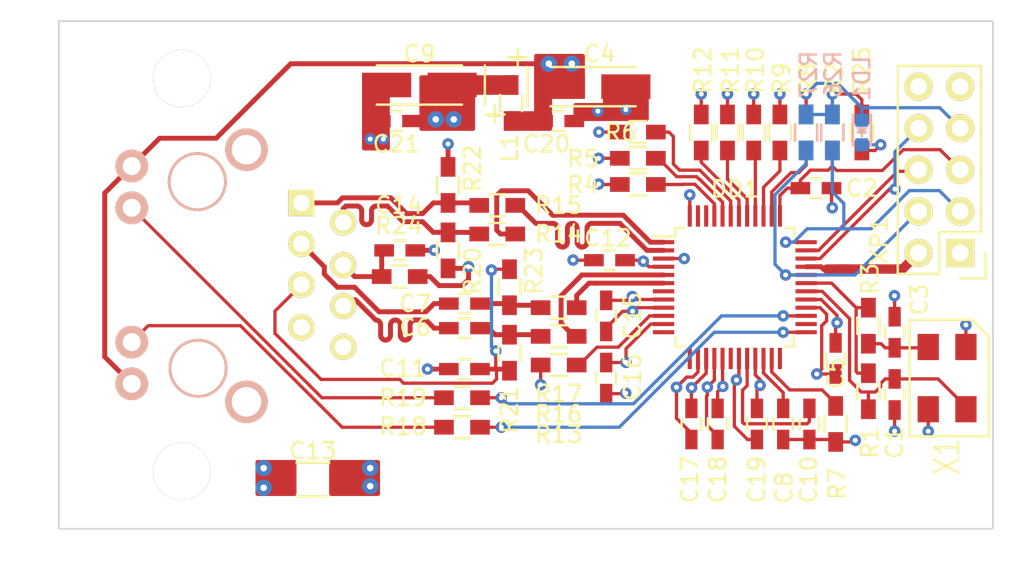
<source format=kicad_pcb>
(kicad_pcb (version 20160815) (host pcbnew "(2016-08-24 BZR 7090, Git 532a5fb)-product")
  (layers (0 F.Cu signal) (1 In1.Cu signal) (2 In2.Cu signal) (31 B.Cu signal) (34 B.Paste user) (35 F.Paste user) (36 B.SilkS user) (37 F.SilkS user) (38 B.Mask user) (39 F.Mask user) (44 Edge.Cuts user))
  (net 0 "")
  (net 1 "Net-(C1-Pad1)")
  (net 2 GND)
  (net 3 ~RES)
  (net 4 "Net-(C3-Pad1)")
  (net 5 +3V3D)
  (net 6 "Net-(C6-Pad1)")
  (net 7 /RX-)
  (net 8 "Net-(C7-Pad1)")
  (net 9 /RX+)
  (net 10 "Net-(C8-Pad1)")
  (net 11 +3V3A)
  (net 12 "Net-(C10-Pad1)")
  (net 13 "Net-(C11-Pad1)")
  (net 14 Earth)
  (net 15 "Net-(C14-Pad1)")
  (net 16 "Net-(DD1-Pad7)")
  (net 17 "Net-(DD1-Pad10)")
  (net 18 "Net-(DD1-Pad12)")
  (net 19 "Net-(DD1-Pad13)")
  (net 20 "Net-(DD1-Pad18)")
  (net 21 "Net-(DD1-Pad23)")
  (net 22 "Net-(DD1-Pad24)")
  (net 23 "Net-(DD1-Pad25)")
  (net 24 "Net-(DD1-Pad26)")
  (net 25 "Net-(DD1-Pad27)")
  (net 26 "Net-(DD1-Pad31)")
  (net 27 ~SCS)
  (net 28 SCLK)
  (net 29 MISO)
  (net 30 MOSI)
  (net 31 ~INT)
  (net 32 "Net-(DD1-Pad38)")
  (net 33 "Net-(DD1-Pad39)")
  (net 34 "Net-(DD1-Pad40)")
  (net 35 "Net-(DD1-Pad41)")
  (net 36 "Net-(DD1-Pad42)")
  (net 37 "Net-(DD1-Pad43)")
  (net 38 "Net-(DD1-Pad44)")
  (net 39 "Net-(DD1-Pad45)")
  (net 40 "Net-(DD1-Pad46)")
  (net 41 "Net-(DD1-Pad47)")
  (net 42 "Net-(LD1-Pad2)")
  (net 43 /TX+)
  (net 44 /TX-)
  (net 45 "Net-(P1-Pad7)")
  (net 46 ACTLED)
  (net 47 LINKLED)
  (net 48 "Net-(XP1-Pad1)")
  (net 49 "Net-(XP1-Pad9)")
  (net 50 /TX_N)
  (net 51 /TX_P)
  (net 52 /RX_N)
  (net 53 /RX_P)
  (module Mounting_Holes:MountingHole_3-5mm (layer F.Cu) (at 139.5 100.5)
    (fp_text reference REF** hide)
    (fp_text value MountingHole_3-5mm)
    (pad 1 thru_hole circle (at 0 0) (size 3.5 3.5) (drill 3.5) (layers))
  )
  (module Mainboard:VIA-1mm-d0.4 (layer F.Cu) (at 151 124.3)
    (fp_text reference REF** hide)
    (fp_text value VIA-1mm-d0.4 hide)
    (pad 1 thru_hole circle (at 0 0) (size 1 1) (drill 0.4) (layers *.Cu) (net 2 GND))
  )
  (module Mainboard:VIA-1mm-d0.4 (layer F.Cu) (at 144.5 124.3)
    (fp_text reference REF** hide)
    (fp_text value VIA-1mm-d0.4 hide)
    (pad 1 thru_hole circle (at 0 0) (size 1 1) (drill 0.4) (layers *.Cu) (net 14 Earth))
  )
  (module Mainboard:VIA-1mm-d0.4 (layer F.Cu) (at 156.1 103)
    (fp_text reference REF** hide)
    (fp_text value VIA-1mm-d0.4 hide)
    (pad 1 thru_hole circle (at 0 0) (size 1 1) (drill 0.4) (layers *.Cu) (net 11 +3V3A))
  )
  (module Mainboard:VIA-1mm-d0.4 (layer F.Cu) (at 163.3 99.6)
    (fp_text reference REF** hide)
    (fp_text value VIA-1mm-d0.4 hide)
    (pad 1 thru_hole circle (at 0 0) (size 1 1) (drill 0.4) (layers *.Cu) (net 5 +3V3D))
  )
  (module Mainboard:VIA-1mm-d0.4 (layer F.Cu) (at 161.9 99.6)
    (fp_text reference REF** hide)
    (fp_text value VIA-1mm-d0.4 hide)
    (pad 1 thru_hole circle (at 0 0) (size 1 1) (drill 0.4) (layers *.Cu) (net 5 +3V3D))
  )
  (module HR911105 (layer F.Cu) (at 140.25 112.5 270)
    (fp_text reference P1 hide)
    (fp_text value HR911105A hide)
    (pad Hole thru_hole circle (at 5.69976 -0.24892 270) (size 3.59918 3.59918) (drill 3.2512) (layers *.Cu *.SilkS *.Mask))
    (pad Hole thru_hole circle (at -5.69976 -0.20066 270) (size 3.59918 3.59918) (drill 3.2512) (layers *.Cu *.SilkS *.Mask))
    (pad 1 thru_hole rect (at -4.39928 -6.55066 270) (size 1.6 1.6) (drill 1) (layers *.Cu *.Mask F.SilkS) (net 43 /TX+))
    (pad 2 thru_hole circle (at -3.2004 -9.10082 270) (size 1.6 1.6) (drill 1) (layers *.Cu *.Mask F.SilkS) (net 44 /TX-))
    (pad 3 thru_hole circle (at -1.89992 -6.55066 270) (size 1.6 1.6) (drill 1) (layers *.Cu *.Mask F.SilkS) (net 9 /RX+))
    (pad 4 thru_hole circle (at -0.59944 -9.10082 270) (size 1.6 1.6) (drill 1) (layers *.Cu *.Mask F.SilkS) (net 15 "Net-(C14-Pad1)"))
    (pad 5 thru_hole circle (at 0.59944 -6.55066 270) (size 1.6 1.6) (drill 1) (layers *.Cu *.Mask F.SilkS) (net 13 "Net-(C11-Pad1)"))
    (pad 6 thru_hole circle (at 1.89992 -9.10082 270) (size 1.6 1.6) (drill 1) (layers *.Cu *.Mask F.SilkS) (net 7 /RX-))
    (pad 7 thru_hole circle (at 3.2004 -6.55066 270) (size 1.6 1.6) (drill 1) (layers *.Cu *.Mask F.SilkS) (net 45 "Net-(P1-Pad7)"))
    (pad 8 thru_hole circle (at 4.39928 -9.10082 270) (size 1.6 1.6) (drill 1) (layers *.Cu *.Mask F.SilkS) (net 14 Earth))
    (pad 9 thru_hole circle (at -6.64972 3.79984 270) (size 2 2) (drill 1.1) (layers *.Cu *.SilkS *.Mask) (net 5 +3V3D))
    (pad 10 thru_hole circle (at -4.09956 3.79984 270) (size 2 2) (drill 1.1) (layers *.Cu *.SilkS *.Mask) (net 46 ACTLED))
    (pad 11 thru_hole circle (at 4.09956 3.79984 270) (size 2 2) (drill 1.1) (layers *.Cu *.SilkS *.Mask) (net 47 LINKLED))
    (pad 12 thru_hole circle (at 6.64972 3.79984 270) (size 2 2) (drill 1.1) (layers *.Cu *.SilkS *.Mask) (net 5 +3V3D))
    (pad 0 thru_hole circle (at -7.65048 -3.2004 270) (size 2.6 2.6) (drill 1.8) (layers *.Cu *.SilkS *.Mask) (net 14 Earth))
    (pad 0 thru_hole circle (at 7.74954 -3.2004 270) (size 2.6 2.6) (drill 1.8) (layers *.Cu *.SilkS *.Mask) (net 14 Earth))
  )
  (module Capacitors_SMD:C_0603_HandSoldering (layer F.Cu) (at 183 119.8 270)
    (fp_text reference C1 (at 2.95 0 270) (layer F.SilkS))
    (fp_text value "18 pF")
    (pad 1 smd rect (at -0.95 0 270) (size 1.2 0.75) (layers F.Cu F.Paste F.Mask) (net 1 "Net-(C1-Pad1)"))
    (pad 2 smd rect (at 0.95 0 270) (size 1.2 0.75) (layers F.Cu F.Paste F.Mask) (net 2 GND))
  )
  (module Capacitors_SMD:C_0603_HandSoldering (layer F.Cu) (at 178.2 107.2)
    (fp_text reference C2 (at 2.8 0) (layer F.SilkS))
    (fp_text value 100nF)
    (pad 1 smd rect (at -0.95 0) (size 1.2 0.75) (layers F.Cu F.Paste F.Mask) (net 3 ~RES))
    (pad 2 smd rect (at 0.95 0) (size 1.2 0.75) (layers F.Cu F.Paste F.Mask) (net 2 GND))
  )
  (module Capacitors_SMD:C_0603_HandSoldering (layer F.Cu) (at 183 116 90)
    (fp_text reference C3 (at 2 1.5 90) (layer F.SilkS))
    (fp_text value "18 pF")
    (pad 1 smd rect (at -0.95 0 90) (size 1.2 0.75) (layers F.Cu F.Paste F.Mask) (net 4 "Net-(C3-Pad1)"))
    (pad 2 smd rect (at 0.95 0 90) (size 1.2 0.75) (layers F.Cu F.Paste F.Mask) (net 2 GND))
  )
  (module Capacitors_Tantalum_SMD:TantalC_SizeA_EIA-3216_HandSoldering (layer F.Cu) (at 164.6 101)
    (fp_text reference C4 (at 0.4 -2) (layer F.SilkS))
    (fp_text value 10uF/16V)
    (fp_text user + (at -4.59994 -1.80086) (layer F.SilkS))
    (pad 2 smd rect (at 1.99898 0) (size 2.99974 1.50114) (layers F.Cu F.Paste F.Mask) (net 2 GND))
    (pad 1 smd rect (at -1.99898 0) (size 2.99974 1.50114) (layers F.Cu F.Paste F.Mask) (net 5 +3V3D))
  )
  (module Capacitors_SMD:C_0603_HandSoldering (layer F.Cu) (at 179.4 117.6 90)
    (fp_text reference C5 (at -0.9 0 90) (layer F.SilkS))
    (fp_text value 100nF)
    (pad 1 smd rect (at -0.95 0 90) (size 1.2 0.75) (layers F.Cu F.Paste F.Mask) (net 5 +3V3D))
    (pad 2 smd rect (at 0.95 0 90) (size 1.2 0.75) (layers F.Cu F.Paste F.Mask) (net 2 GND))
  )
  (module Capacitors_SMD:C_0603_HandSoldering (layer F.Cu) (at 156.75 115.75 180)
    (fp_text reference C6 (at 3 0.05 180) (layer F.SilkS))
    (fp_text value 6.8nF)
    (pad 1 smd rect (at -0.95 0 180) (size 1.2 0.75) (layers F.Cu F.Paste F.Mask) (net 6 "Net-(C6-Pad1)"))
    (pad 2 smd rect (at 0.95 0 180) (size 1.2 0.75) (layers F.Cu F.Paste F.Mask) (net 7 /RX-))
  )
  (module Capacitors_SMD:C_0603_HandSoldering (layer F.Cu) (at 156.75 114.25 180)
    (fp_text reference C7 (at 3 0 180) (layer F.SilkS))
    (fp_text value 6.8nF)
    (pad 1 smd rect (at -0.95 0 180) (size 1.2 0.75) (layers F.Cu F.Paste F.Mask) (net 8 "Net-(C7-Pad1)"))
    (pad 2 smd rect (at 0.95 0 180) (size 1.2 0.75) (layers F.Cu F.Paste F.Mask) (net 9 /RX+))
  )
  (module Capacitors_SMD:C_0603_HandSoldering (layer F.Cu) (at 176.2 121.6 270)
    (fp_text reference C8 (at 3.9 -0.05 270) (layer F.SilkS))
    (fp_text value 10nF)
    (pad 1 smd rect (at -0.95 0 270) (size 1.2 0.75) (layers F.Cu F.Paste F.Mask) (net 10 "Net-(C8-Pad1)"))
    (pad 2 smd rect (at 0.95 0 270) (size 1.2 0.75) (layers F.Cu F.Paste F.Mask) (net 2 GND))
  )
  (module Capacitors_Tantalum_SMD:TantalC_SizeA_EIA-3216_HandSoldering (layer F.Cu) (at 154 100.9 180)
    (fp_text reference C9 (at 0 1.9 180) (layer F.SilkS))
    (fp_text value 10uF/16V)
    (fp_text user + (at -4.59994 -1.80086 180) (layer F.SilkS))
    (pad 2 smd rect (at 1.99898 0 180) (size 2.99974 1.50114) (layers F.Cu F.Paste F.Mask) (net 2 GND))
    (pad 1 smd rect (at -1.99898 0 180) (size 2.99974 1.50114) (layers F.Cu F.Paste F.Mask) (net 11 +3V3A))
  )
  (module Capacitors_SMD:C_0603_HandSoldering (layer F.Cu) (at 177.8 121.6 270)
    (fp_text reference C10 (at 3.4 0.05 270) (layer F.SilkS))
    (fp_text value 4.7uF)
    (pad 1 smd rect (at -0.95 0 270) (size 1.2 0.75) (layers F.Cu F.Paste F.Mask) (net 12 "Net-(C10-Pad1)"))
    (pad 2 smd rect (at 0.95 0 270) (size 1.2 0.75) (layers F.Cu F.Paste F.Mask) (net 2 GND))
  )
  (module Capacitors_SMD:C_0603_HandSoldering (layer F.Cu) (at 156.75 118.25 180)
    (fp_text reference C11 (at 3.75 0.05 180) (layer F.SilkS))
    (fp_text value 10nF)
    (pad 1 smd rect (at -0.95 0 180) (size 1.2 0.75) (layers F.Cu F.Paste F.Mask) (net 13 "Net-(C11-Pad1)"))
    (pad 2 smd rect (at 0.95 0 180) (size 1.2 0.75) (layers F.Cu F.Paste F.Mask) (net 2 GND))
  )
  (module Capacitors_SMD:C_0603_HandSoldering (layer F.Cu) (at 165.6 111.6 180)
    (fp_text reference C12 (at 0.1 1.35 180) (layer F.SilkS))
    (fp_text value 100nF)
    (pad 1 smd rect (at -0.95 0 180) (size 1.2 0.75) (layers F.Cu F.Paste F.Mask) (net 11 +3V3A))
    (pad 2 smd rect (at 0.95 0 180) (size 1.2 0.75) (layers F.Cu F.Paste F.Mask) (net 2 GND))
  )
  (module Capacitors_SMD:C_1206 (layer F.Cu) (at 147.5 125 180)
    (fp_text reference C13 (at 0 1.75 180) (layer F.SilkS))
    (fp_text value 1nF/2kV)
    (pad 1 smd rect (at -1.5 0 180) (size 1 1.6) (layers F.Cu F.Paste F.Mask) (net 2 GND))
    (pad 2 smd rect (at 1.5 0 180) (size 1 1.6) (layers F.Cu F.Paste F.Mask) (net 14 Earth))
  )
  (module Capacitors_SMD:C_0603_HandSoldering (layer F.Cu) (at 152.8 111)
    (fp_text reference C14 (at -0.05 -2.75) (layer F.SilkS))
    (fp_text value 22nF)
    (pad 1 smd rect (at -0.95 0) (size 1.2 0.75) (layers F.Cu F.Paste F.Mask) (net 15 "Net-(C14-Pad1)"))
    (pad 2 smd rect (at 0.95 0) (size 1.2 0.75) (layers F.Cu F.Paste F.Mask) (net 2 GND))
  )
  (module Capacitors_SMD:C_0603_HandSoldering (layer F.Cu) (at 165.4 115 270)
    (fp_text reference C15 (at 0 -1.6 270) (layer F.SilkS))
    (fp_text value 100nF)
    (pad 1 smd rect (at -0.95 0 270) (size 1.2 0.75) (layers F.Cu F.Paste F.Mask) (net 11 +3V3A))
    (pad 2 smd rect (at 0.95 0 270) (size 1.2 0.75) (layers F.Cu F.Paste F.Mask) (net 2 GND))
  )
  (module Capacitors_SMD:C_0603_HandSoldering (layer F.Cu) (at 165.4 118.8 270)
    (fp_text reference C16 (at -0.05 -1.6 270) (layer F.SilkS))
    (fp_text value 100nF)
    (pad 1 smd rect (at -0.95 0 270) (size 1.2 0.75) (layers F.Cu F.Paste F.Mask) (net 11 +3V3A))
    (pad 2 smd rect (at 0.95 0 270) (size 1.2 0.75) (layers F.Cu F.Paste F.Mask) (net 2 GND))
  )
  (module Capacitors_SMD:C_0603_HandSoldering (layer F.Cu) (at 170.6 121.6 270)
    (fp_text reference C17 (at 3.4 0.1 270) (layer F.SilkS))
    (fp_text value 100nF)
    (pad 1 smd rect (at -0.95 0 270) (size 1.2 0.75) (layers F.Cu F.Paste F.Mask) (net 11 +3V3A))
    (pad 2 smd rect (at 0.95 0 270) (size 1.2 0.75) (layers F.Cu F.Paste F.Mask) (net 2 GND))
  )
  (module Capacitors_SMD:C_0603_HandSoldering (layer F.Cu) (at 172.2 121.6 270)
    (fp_text reference C18 (at 3.4 0 270) (layer F.SilkS))
    (fp_text value 100nF)
    (pad 1 smd rect (at -0.95 0 270) (size 1.2 0.75) (layers F.Cu F.Paste F.Mask) (net 11 +3V3A))
    (pad 2 smd rect (at 0.95 0 270) (size 1.2 0.75) (layers F.Cu F.Paste F.Mask) (net 2 GND))
  )
  (module Capacitors_SMD:C_0603_HandSoldering (layer F.Cu) (at 174.6 121.6 270)
    (fp_text reference C19 (at 3.4 0 270) (layer F.SilkS))
    (fp_text value 100nF)
    (pad 1 smd rect (at -0.95 0 270) (size 1.2 0.75) (layers F.Cu F.Paste F.Mask) (net 11 +3V3A))
    (pad 2 smd rect (at 0.95 0 270) (size 1.2 0.75) (layers F.Cu F.Paste F.Mask) (net 2 GND))
  )
  (module Housings_QFP:LQFP-48_7x7mm_Pitch0.5mm (layer F.Cu) (at 173.25 113.25)
    (fp_text reference DD1 (at 0 -6) (layer F.SilkS))
    (fp_text value W5500)
    (pad 1 smd rect (at -4.35 -2.75) (size 1.3 0.25) (layers F.Cu F.Paste F.Mask) (net 50 /TX_N))
    (pad 2 smd rect (at -4.35 -2.25) (size 1.3 0.25) (layers F.Cu F.Paste F.Mask) (net 51 /TX_P))
    (pad 3 smd rect (at -4.35 -1.75) (size 1.3 0.25) (layers F.Cu F.Paste F.Mask) (net 2 GND))
    (pad 4 smd rect (at -4.35 -1.25) (size 1.3 0.25) (layers F.Cu F.Paste F.Mask) (net 11 +3V3A))
    (pad 5 smd rect (at -4.35 -0.75) (size 1.3 0.25) (layers F.Cu F.Paste F.Mask) (net 52 /RX_N))
    (pad 6 smd rect (at -4.35 -0.25) (size 1.3 0.25) (layers F.Cu F.Paste F.Mask) (net 53 /RX_P))
    (pad 7 smd rect (at -4.35 0.25) (size 1.3 0.25) (layers F.Cu F.Paste F.Mask) (net 16 "Net-(DD1-Pad7)"))
    (pad 8 smd rect (at -4.35 0.75) (size 1.3 0.25) (layers F.Cu F.Paste F.Mask) (net 11 +3V3A))
    (pad 9 smd rect (at -4.35 1.25) (size 1.3 0.25) (layers F.Cu F.Paste F.Mask) (net 2 GND))
    (pad 10 smd rect (at -4.35 1.75) (size 1.3 0.25) (layers F.Cu F.Paste F.Mask) (net 17 "Net-(DD1-Pad10)"))
    (pad 11 smd rect (at -4.35 2.25) (size 1.3 0.25) (layers F.Cu F.Paste F.Mask) (net 11 +3V3A))
    (pad 12 smd rect (at -4.35 2.75) (size 1.3 0.25) (layers F.Cu F.Paste F.Mask) (net 18 "Net-(DD1-Pad12)"))
    (pad 13 smd rect (at -2.75 4.35 90) (size 1.3 0.25) (layers F.Cu F.Paste F.Mask) (net 19 "Net-(DD1-Pad13)"))
    (pad 14 smd rect (at -2.25 4.35 90) (size 1.3 0.25) (layers F.Cu F.Paste F.Mask) (net 2 GND))
    (pad 15 smd rect (at -1.75 4.35 90) (size 1.3 0.25) (layers F.Cu F.Paste F.Mask) (net 11 +3V3A))
    (pad 16 smd rect (at -1.25 4.35 90) (size 1.3 0.25) (layers F.Cu F.Paste F.Mask) (net 2 GND))
    (pad 17 smd rect (at -0.75 4.35 90) (size 1.3 0.25) (layers F.Cu F.Paste F.Mask) (net 11 +3V3A))
    (pad 18 smd rect (at -0.25 4.35 90) (size 1.3 0.25) (layers F.Cu F.Paste F.Mask) (net 20 "Net-(DD1-Pad18)"))
    (pad 19 smd rect (at 0.25 4.35 90) (size 1.3 0.25) (layers F.Cu F.Paste F.Mask) (net 2 GND))
    (pad 20 smd rect (at 0.75 4.35 90) (size 1.3 0.25) (layers F.Cu F.Paste F.Mask) (net 12 "Net-(C10-Pad1)"))
    (pad 21 smd rect (at 1.25 4.35 90) (size 1.3 0.25) (layers F.Cu F.Paste F.Mask) (net 11 +3V3A))
    (pad 22 smd rect (at 1.75 4.35 90) (size 1.3 0.25) (layers F.Cu F.Paste F.Mask) (net 10 "Net-(C8-Pad1)"))
    (pad 23 smd rect (at 2.25 4.35 90) (size 1.3 0.25) (layers F.Cu F.Paste F.Mask) (net 21 "Net-(DD1-Pad23)"))
    (pad 24 smd rect (at 2.75 4.35 90) (size 1.3 0.25) (layers F.Cu F.Paste F.Mask) (net 22 "Net-(DD1-Pad24)"))
    (pad 25 smd rect (at 4.35 2.75) (size 1.3 0.25) (layers F.Cu F.Paste F.Mask) (net 23 "Net-(DD1-Pad25)"))
    (pad 26 smd rect (at 4.35 2.25) (size 1.3 0.25) (layers F.Cu F.Paste F.Mask) (net 24 "Net-(DD1-Pad26)"))
    (pad 27 smd rect (at 4.35 1.75) (size 1.3 0.25) (layers F.Cu F.Paste F.Mask) (net 25 "Net-(DD1-Pad27)"))
    (pad 28 smd rect (at 4.35 1.25) (size 1.3 0.25) (layers F.Cu F.Paste F.Mask) (net 5 +3V3D))
    (pad 29 smd rect (at 4.35 0.75) (size 1.3 0.25) (layers F.Cu F.Paste F.Mask) (net 2 GND))
    (pad 30 smd rect (at 4.35 0.25) (size 1.3 0.25) (layers F.Cu F.Paste F.Mask) (net 1 "Net-(C1-Pad1)"))
    (pad 31 smd rect (at 4.35 -0.25) (size 1.3 0.25) (layers F.Cu F.Paste F.Mask) (net 26 "Net-(DD1-Pad31)"))
    (pad 32 smd rect (at 4.35 -0.75) (size 1.3 0.25) (layers F.Cu F.Paste F.Mask) (net 27 ~SCS))
    (pad 33 smd rect (at 4.35 -1.25) (size 1.3 0.25) (layers F.Cu F.Paste F.Mask) (net 28 SCLK))
    (pad 34 smd rect (at 4.35 -1.75) (size 1.3 0.25) (layers F.Cu F.Paste F.Mask) (net 29 MISO))
    (pad 35 smd rect (at 4.35 -2.25) (size 1.3 0.25) (layers F.Cu F.Paste F.Mask) (net 30 MOSI))
    (pad 36 smd rect (at 4.35 -2.75) (size 1.3 0.25) (layers F.Cu F.Paste F.Mask) (net 31 ~INT))
    (pad 37 smd rect (at 2.75 -4.35 90) (size 1.3 0.25) (layers F.Cu F.Paste F.Mask) (net 3 ~RES))
    (pad 38 smd rect (at 2.25 -4.35 90) (size 1.3 0.25) (layers F.Cu F.Paste F.Mask) (net 32 "Net-(DD1-Pad38)"))
    (pad 39 smd rect (at 1.75 -4.35 90) (size 1.3 0.25) (layers F.Cu F.Paste F.Mask) (net 33 "Net-(DD1-Pad39)"))
    (pad 40 smd rect (at 1.25 -4.35 90) (size 1.3 0.25) (layers F.Cu F.Paste F.Mask) (net 34 "Net-(DD1-Pad40)"))
    (pad 41 smd rect (at 0.75 -4.35 90) (size 1.3 0.25) (layers F.Cu F.Paste F.Mask) (net 35 "Net-(DD1-Pad41)"))
    (pad 42 smd rect (at 0.25 -4.35 90) (size 1.3 0.25) (layers F.Cu F.Paste F.Mask) (net 36 "Net-(DD1-Pad42)"))
    (pad 43 smd rect (at -0.25 -4.35 90) (size 1.3 0.25) (layers F.Cu F.Paste F.Mask) (net 37 "Net-(DD1-Pad43)"))
    (pad 44 smd rect (at -0.75 -4.35 90) (size 1.3 0.25) (layers F.Cu F.Paste F.Mask) (net 38 "Net-(DD1-Pad44)"))
    (pad 45 smd rect (at -1.25 -4.35 90) (size 1.3 0.25) (layers F.Cu F.Paste F.Mask) (net 39 "Net-(DD1-Pad45)"))
    (pad 46 smd rect (at -1.75 -4.35 90) (size 1.3 0.25) (layers F.Cu F.Paste F.Mask) (net 40 "Net-(DD1-Pad46)"))
    (pad 47 smd rect (at -2.25 -4.35 90) (size 1.3 0.25) (layers F.Cu F.Paste F.Mask) (net 41 "Net-(DD1-Pad47)"))
    (pad 48 smd rect (at -2.75 -4.35 90) (size 1.3 0.25) (layers F.Cu F.Paste F.Mask) (net 2 GND))
  )
  (module Resistors_SMD:R_0603_HandSoldering (layer F.Cu) (at 159.6 102 90)
    (fp_text reference L1 (at -2.75 -0.1 90) (layer F.SilkS))
    (fp_text value "1000 @ 100Mhz")
    (pad 1 smd rect (at -1.1 0 90) (size 1.2 0.9) (layers F.Cu F.Paste F.Mask) (net 5 +3V3D))
    (pad 2 smd rect (at 1.1 0 90) (size 1.2 0.9) (layers F.Cu F.Paste F.Mask) (net 11 +3V3A))
  )
  (module LEDs:LED_0603 (layer B.Cu) (at 181 103.8 270)
    (fp_text reference LD1 (at -3.3 0 270) (layer B.SilkS) (effects (justify mirror)))
    (fp_text value KP-1608SGC)
    (pad 2 smd rect (at 0.7493 0 90) (size 0.79756 0.79756) (layers B.Cu B.Paste B.Mask) (net 42 "Net-(LD1-Pad2)"))
    (pad 1 smd rect (at -0.7493 0 90) (size 0.79756 0.79756) (layers B.Cu B.Paste B.Mask) (net 2 GND))
  )
  (module Resistors_SMD:R_0603_HandSoldering (layer F.Cu) (at 181.4 119.6 90)
    (fp_text reference R1 (at -3.15 0.1 90) (layer F.SilkS))
    (fp_text value 1M)
    (pad 1 smd rect (at -1.1 0 90) (size 1.2 0.9) (layers F.Cu F.Paste F.Mask) (net 1 "Net-(C1-Pad1)"))
    (pad 2 smd rect (at 1.1 0 90) (size 1.2 0.9) (layers F.Cu F.Paste F.Mask) (net 26 "Net-(DD1-Pad31)"))
  )
  (module Resistors_SMD:R_0603_HandSoldering (layer F.Cu) (at 179.2 103.8 90)
    (fp_text reference R2 (at 3.3 0.1 90) (layer F.SilkS))
    (fp_text value 10k)
    (pad 1 smd rect (at -1.1 0 90) (size 1.2 0.9) (layers F.Cu F.Paste F.Mask) (net 3 ~RES))
    (pad 2 smd rect (at 1.1 0 90) (size 1.2 0.9) (layers F.Cu F.Paste F.Mask) (net 5 +3V3D))
  )
  (module Resistors_SMD:R_0603_HandSoldering (layer F.Cu) (at 181.4 115.6 270)
    (fp_text reference R3 (at -2.85 -0.1 270) (layer F.SilkS))
    (fp_text value 0R)
    (pad 1 smd rect (at -1.1 0 270) (size 1.2 0.9) (layers F.Cu F.Paste F.Mask) (net 26 "Net-(DD1-Pad31)"))
    (pad 2 smd rect (at 1.1 0 270) (size 1.2 0.9) (layers F.Cu F.Paste F.Mask) (net 4 "Net-(C3-Pad1)"))
  )
  (module Resistors_SMD:R_0603_HandSoldering (layer F.Cu) (at 167.330552 106.975744)
    (fp_text reference R4 (at -3.330552 0.024256) (layer F.SilkS))
    (fp_text value 10k)
    (pad 1 smd rect (at -1.1 0) (size 1.2 0.9) (layers F.Cu F.Paste F.Mask) (net 5 +3V3D))
    (pad 2 smd rect (at 1.1 0) (size 1.2 0.9) (layers F.Cu F.Paste F.Mask) (net 39 "Net-(DD1-Pad45)"))
  )
  (module Resistors_SMD:R_0603_HandSoldering (layer F.Cu) (at 167.330552 105.375744)
    (fp_text reference R5 (at -3.330552 0.024256) (layer F.SilkS))
    (fp_text value 10k)
    (pad 1 smd rect (at -1.1 0) (size 1.2 0.9) (layers F.Cu F.Paste F.Mask) (net 5 +3V3D))
    (pad 2 smd rect (at 1.1 0) (size 1.2 0.9) (layers F.Cu F.Paste F.Mask) (net 38 "Net-(DD1-Pad44)"))
  )
  (module Resistors_SMD:R_0603_HandSoldering (layer F.Cu) (at 167.330552 103.775744)
    (fp_text reference R6 (at -1.030552 0.024256) (layer F.SilkS))
    (fp_text value 10k)
    (pad 1 smd rect (at -1.1 0) (size 1.2 0.9) (layers F.Cu F.Paste F.Mask) (net 5 +3V3D))
    (pad 2 smd rect (at 1.1 0) (size 1.2 0.9) (layers F.Cu F.Paste F.Mask) (net 37 "Net-(DD1-Pad43)"))
  )
  (module Resistors_SMD:R_0603_HandSoldering (layer F.Cu) (at 179.4 121.6 90)
    (fp_text reference R7 (at -3.65 0.1 90) (layer F.SilkS))
    (fp_text value 10k)
    (pad 1 smd rect (at -1.1 0 90) (size 1.2 0.9) (layers F.Cu F.Paste F.Mask) (net 2 GND))
    (pad 2 smd rect (at 1.1 0 90) (size 1.2 0.9) (layers F.Cu F.Paste F.Mask) (net 21 "Net-(DD1-Pad23)"))
  )
  (module Resistors_SMD:R_0603_HandSoldering (layer F.Cu) (at 177.6 103.8 270)
    (fp_text reference R8 (at -3.3 -0.1 270) (layer F.SilkS))
    (fp_text value 10k)
    (pad 1 smd rect (at -1.1 0 270) (size 1.2 0.9) (layers F.Cu F.Paste F.Mask) (net 2 GND))
    (pad 2 smd rect (at 1.1 0 270) (size 1.2 0.9) (layers F.Cu F.Paste F.Mask) (net 32 "Net-(DD1-Pad38)"))
  )
  (module Resistors_SMD:R_0603_HandSoldering (layer F.Cu) (at 176 103.8 270)
    (fp_text reference R9 (at -3.3 -0.1 270) (layer F.SilkS))
    (fp_text value 10k)
    (pad 1 smd rect (at -1.1 0 270) (size 1.2 0.9) (layers F.Cu F.Paste F.Mask) (net 2 GND))
    (pad 2 smd rect (at 1.1 0 270) (size 1.2 0.9) (layers F.Cu F.Paste F.Mask) (net 33 "Net-(DD1-Pad39)"))
  )
  (module Resistors_SMD:R_0603_HandSoldering (layer F.Cu) (at 174.4 103.8 270)
    (fp_text reference R10 (at -3.8 -0.1 270) (layer F.SilkS))
    (fp_text value 10k)
    (pad 1 smd rect (at -1.1 0 270) (size 1.2 0.9) (layers F.Cu F.Paste F.Mask) (net 2 GND))
    (pad 2 smd rect (at 1.1 0 270) (size 1.2 0.9) (layers F.Cu F.Paste F.Mask) (net 34 "Net-(DD1-Pad40)"))
  )
  (module Resistors_SMD:R_0603_HandSoldering (layer F.Cu) (at 172.8 103.8 270)
    (fp_text reference R11 (at -3.8 -0.2 270) (layer F.SilkS))
    (fp_text value 10k)
    (pad 1 smd rect (at -1.1 0 270) (size 1.2 0.9) (layers F.Cu F.Paste F.Mask) (net 2 GND))
    (pad 2 smd rect (at 1.1 0 270) (size 1.2 0.9) (layers F.Cu F.Paste F.Mask) (net 35 "Net-(DD1-Pad41)"))
  )
  (module Resistors_SMD:R_0603_HandSoldering (layer F.Cu) (at 171.2 103.8 270)
    (fp_text reference R12 (at -3.8 -0.1 270) (layer F.SilkS))
    (fp_text value 10k)
    (pad 1 smd rect (at -1.1 0 270) (size 1.2 0.9) (layers F.Cu F.Paste F.Mask) (net 2 GND))
    (pad 2 smd rect (at 1.1 0 270) (size 1.2 0.9) (layers F.Cu F.Paste F.Mask) (net 36 "Net-(DD1-Pad42)"))
  )
  (module Resistors_SMD:R_0603_HandSoldering (layer F.Cu) (at 162.5 118 180)
    (fp_text reference R13 (at 0 -4.25 180) (layer F.SilkS))
    (fp_text value "12.4k 1%")
    (pad 1 smd rect (at -1.1 0 180) (size 1.2 0.9) (layers F.Cu F.Paste F.Mask) (net 17 "Net-(DD1-Pad10)"))
    (pad 2 smd rect (at 1.1 0 180) (size 1.2 0.9) (layers F.Cu F.Paste F.Mask) (net 2 GND))
  )
  (module Resistors_SMD:R_0603_HandSoldering (layer F.Cu) (at 158.75 110 180)
    (fp_text reference R14 (at -3.75 0 180) (layer F.SilkS))
    (fp_text value 33R)
    (pad 1 smd rect (at -1.1 0 180) (size 1.2 0.9) (layers F.Cu F.Paste F.Mask) (net 50 /TX_N))
    (pad 2 smd rect (at 1.1 0 180) (size 1.2 0.9) (layers F.Cu F.Paste F.Mask) (net 44 /TX-))
  )
  (module Resistors_SMD:R_0603_HandSoldering (layer F.Cu) (at 158.75 108.25 180)
    (fp_text reference R15 (at -3.75 0 180) (layer F.SilkS))
    (fp_text value 33R)
    (pad 1 smd rect (at -1.1 0 180) (size 1.2 0.9) (layers F.Cu F.Paste F.Mask) (net 51 /TX_P))
    (pad 2 smd rect (at 1.1 0 180) (size 1.2 0.9) (layers F.Cu F.Paste F.Mask) (net 43 /TX+))
  )
  (module Resistors_SMD:R_0603_HandSoldering (layer F.Cu) (at 162.5 116.25 180)
    (fp_text reference R16 (at 0 -4.75 180) (layer F.SilkS))
    (fp_text value 33R)
    (pad 1 smd rect (at -1.1 0 180) (size 1.2 0.9) (layers F.Cu F.Paste F.Mask) (net 52 /RX_N))
    (pad 2 smd rect (at 1.1 0 180) (size 1.2 0.9) (layers F.Cu F.Paste F.Mask) (net 6 "Net-(C6-Pad1)"))
  )
  (module Resistors_SMD:R_0603_HandSoldering (layer F.Cu) (at 162.5 114.5 180)
    (fp_text reference R17 (at 0 -5.25 180) (layer F.SilkS))
    (fp_text value 33R)
    (pad 1 smd rect (at -1.1 0 180) (size 1.2 0.9) (layers F.Cu F.Paste F.Mask) (net 53 /RX_P))
    (pad 2 smd rect (at 1.1 0 180) (size 1.2 0.9) (layers F.Cu F.Paste F.Mask) (net 8 "Net-(C7-Pad1)"))
  )
  (module Resistors_SMD:R_0603_HandSoldering (layer F.Cu) (at 156.6 121.8 180)
    (fp_text reference R18 (at 3.6 0.05 180) (layer F.SilkS))
    (fp_text value 330R)
    (pad 1 smd rect (at -1.1 0 180) (size 1.2 0.9) (layers F.Cu F.Paste F.Mask) (net 23 "Net-(DD1-Pad25)"))
    (pad 2 smd rect (at 1.1 0 180) (size 1.2 0.9) (layers F.Cu F.Paste F.Mask) (net 47 LINKLED))
  )
  (module Resistors_SMD:R_0603_HandSoldering (layer F.Cu) (at 156.6 120 180)
    (fp_text reference R19 (at 3.6 0 180) (layer F.SilkS))
    (fp_text value 330R)
    (pad 1 smd rect (at -1.1 0 180) (size 1.2 0.9) (layers F.Cu F.Paste F.Mask) (net 25 "Net-(DD1-Pad27)"))
    (pad 2 smd rect (at 1.1 0 180) (size 1.2 0.9) (layers F.Cu F.Paste F.Mask) (net 46 ACTLED))
  )
  (module Resistors_SMD:R_0603_HandSoldering (layer F.Cu) (at 155.75 111 90)
    (fp_text reference R20 (at -1.25 1.5 90) (layer F.SilkS))
    (fp_text value "49R9 1%")
    (pad 1 smd rect (at -1.1 0 90) (size 1.2 0.9) (layers F.Cu F.Paste F.Mask) (net 11 +3V3A))
    (pad 2 smd rect (at 1.1 0 90) (size 1.2 0.9) (layers F.Cu F.Paste F.Mask) (net 44 /TX-))
  )
  (module Resistors_SMD:R_0603_HandSoldering (layer F.Cu) (at 159.5 117.25 270)
    (fp_text reference R21 (at 3.5 0 270) (layer F.SilkS))
    (fp_text value "49R9 1%")
    (pad 1 smd rect (at -1.1 0 270) (size 1.2 0.9) (layers F.Cu F.Paste F.Mask) (net 6 "Net-(C6-Pad1)"))
    (pad 2 smd rect (at 1.1 0 270) (size 1.2 0.9) (layers F.Cu F.Paste F.Mask) (net 13 "Net-(C11-Pad1)"))
  )
  (module Resistors_SMD:R_0603_HandSoldering (layer F.Cu) (at 155.75 107 270)
    (fp_text reference R22 (at -1 -1.5 270) (layer F.SilkS))
    (fp_text value "49R9 1%")
    (pad 1 smd rect (at -1.1 0 270) (size 1.2 0.9) (layers F.Cu F.Paste F.Mask) (net 11 +3V3A))
    (pad 2 smd rect (at 1.1 0 270) (size 1.2 0.9) (layers F.Cu F.Paste F.Mask) (net 43 /TX+))
  )
  (module Resistors_SMD:R_0603_HandSoldering (layer F.Cu) (at 159.5 113.25 90)
    (fp_text reference R23 (at 1 1.5 90) (layer F.SilkS))
    (fp_text value "49R9 1%")
    (pad 1 smd rect (at -1.1 0 90) (size 1.2 0.9) (layers F.Cu F.Paste F.Mask) (net 8 "Net-(C7-Pad1)"))
    (pad 2 smd rect (at 1.1 0 90) (size 1.2 0.9) (layers F.Cu F.Paste F.Mask) (net 13 "Net-(C11-Pad1)"))
  )
  (module Resistors_SMD:R_0603_HandSoldering (layer F.Cu) (at 152.8 112.6 180)
    (fp_text reference R24 (at 0.05 3.1 180) (layer F.SilkS))
    (fp_text value "10R 1%")
    (pad 1 smd rect (at -1.1 0 180) (size 1.2 0.9) (layers F.Cu F.Paste F.Mask) (net 11 +3V3A))
    (pad 2 smd rect (at 1.1 0 180) (size 1.2 0.9) (layers F.Cu F.Paste F.Mask) (net 15 "Net-(C14-Pad1)"))
  )
  (module Resistors_SMD:R_0603_HandSoldering (layer F.Cu) (at 181 103.8 270)
    (fp_text reference R25 (at -3.8 0 270) (layer F.SilkS))
    (fp_text value 330R)
    (pad 1 smd rect (at -1.1 0 270) (size 1.2 0.9) (layers F.Cu F.Paste F.Mask) (net 5 +3V3D))
    (pad 2 smd rect (at 1.1 0 270) (size 1.2 0.9) (layers F.Cu F.Paste F.Mask) (net 42 "Net-(LD1-Pad2)"))
  )
  (module Pin_Headers:Pin_Header_Straight_2x05 (layer F.Cu) (at 187 111.16 180)
    (fp_text reference XP1 (at 4.944 0.752 270) (layer F.SilkS))
    (fp_text value PLD-10)
    (pad 1 thru_hole rect (at 0 0 180) (size 1.7272 1.7272) (drill 1.016) (layers *.Cu *.Mask F.SilkS) (net 48 "Net-(XP1-Pad1)"))
    (pad 2 thru_hole oval (at 2.54 0 180) (size 1.7272 1.7272) (drill 1.016) (layers *.Cu *.Mask F.SilkS) (net 28 SCLK))
    (pad 3 thru_hole oval (at 0 2.54 180) (size 1.7272 1.7272) (drill 1.016) (layers *.Cu *.Mask F.SilkS) (net 31 ~INT))
    (pad 4 thru_hole oval (at 2.54 2.54 180) (size 1.7272 1.7272) (drill 1.016) (layers *.Cu *.Mask F.SilkS) (net 27 ~SCS))
    (pad 5 thru_hole oval (at 0 5.08 180) (size 1.7272 1.7272) (drill 1.016) (layers *.Cu *.Mask F.SilkS) (net 3 ~RES))
    (pad 6 thru_hole oval (at 2.54 5.08 180) (size 1.7272 1.7272) (drill 1.016) (layers *.Cu *.Mask F.SilkS) (net 30 MOSI))
    (pad 7 thru_hole oval (at 0 7.62 180) (size 1.7272 1.7272) (drill 1.016) (layers *.Cu *.Mask F.SilkS) (net 2 GND))
    (pad 8 thru_hole oval (at 2.54 7.62 180) (size 1.7272 1.7272) (drill 1.016) (layers *.Cu *.Mask F.SilkS) (net 29 MISO))
    (pad 9 thru_hole oval (at 0 10.16 180) (size 1.7272 1.7272) (drill 1.016) (layers *.Cu *.Mask F.SilkS) (net 49 "Net-(XP1-Pad9)"))
    (pad 10 thru_hole oval (at 2.54 10.16 180) (size 1.7272 1.7272) (drill 1.016) (layers *.Cu *.Mask F.SilkS) (net 5 +3V3D))
  )
  (module Mainboard:ABM3C (layer F.Cu) (at 186.2 118.8 90)
    (fp_text reference X1 (at -4.8 0 90) (layer F.SilkS) (effects (font (size 1.5 1.2))))
    (fp_text value "25 MHz")
    (pad 4 smd rect (at -1.9 -1.15 90) (size 1.6 1.3) (layers F.Cu F.Paste F.Mask))
    (pad 1 smd rect (at -1.9 1.15 90) (size 1.6 1.3) (layers F.Cu F.Paste F.Mask) (net 1 "Net-(C1-Pad1)"))
    (pad 3 smd rect (at 1.9 -1.15 90) (size 1.6 1.3) (layers F.Cu F.Paste F.Mask) (net 4 "Net-(C3-Pad1)"))
    (pad 2 smd rect (at 1.9 1.15 90) (size 1.6 1.3) (layers F.Cu F.Paste F.Mask) (net 2 GND))
  )
  (module Capacitors_SMD:C_0603_HandSoldering (layer F.Cu) (at 162.5 103.1)
    (fp_text reference C20 (at -0.75 1.4) (layer F.SilkS))
    (fp_text value 100nF)
    (pad 1 smd rect (at -0.95 0) (size 1.2 0.75) (layers F.Cu F.Paste F.Mask) (net 5 +3V3D))
    (pad 2 smd rect (at 0.95 0) (size 1.2 0.75) (layers F.Cu F.Paste F.Mask) (net 2 GND))
  )
  (module Capacitors_SMD:C_0603_HandSoldering (layer F.Cu) (at 152.6 103.1 180)
    (fp_text reference C21 (at 0 -1.4 180) (layer F.SilkS))
    (fp_text value 100nF)
    (pad 1 smd rect (at -0.95 0 180) (size 1.2 0.75) (layers F.Cu F.Paste F.Mask) (net 11 +3V3A))
    (pad 2 smd rect (at 0.95 0 180) (size 1.2 0.75) (layers F.Cu F.Paste F.Mask) (net 2 GND))
  )
  (module Mainboard:VIA-1mm-d0.4 (layer F.Cu) (at 155 103)
    (fp_text reference REF** hide)
    (fp_text value VIA-1mm-d0.4 hide)
    (pad 1 thru_hole circle (at 0 0) (size 1 1) (drill 0.4) (layers *.Cu) (net 11 +3V3A))
  )
  (module Mainboard:VIA-1mm-d0.4 (layer F.Cu) (at 144.5 125.5)
    (fp_text reference REF** hide)
    (fp_text value VIA-1mm-d0.4 hide)
    (pad 1 thru_hole circle (at 0 0) (size 1 1) (drill 0.4) (layers *.Cu) (net 14 Earth))
  )
  (module Mainboard:VIA-1mm-d0.4 (layer F.Cu) (at 151 125.4)
    (fp_text reference REF** hide)
    (fp_text value VIA-1mm-d0.4 hide)
    (pad 1 thru_hole circle (at 0 0) (size 1 1) (drill 0.4) (layers *.Cu) (net 2 GND))
  )
  (module Mounting_Holes:MountingHole_3-5mm (layer F.Cu) (at 139.5 124.5)
    (fp_text reference REF** hide)
    (fp_text value MountingHole_3-5mm)
    (pad 1 thru_hole circle (at 0 0) (size 3.5 3.5) (drill 3.5) (layers))
  )
  (module Resistors_SMD:R_0603_HandSoldering (layer B.Cu) (at 179.2 103.8 90)
    (fp_text reference R26 (at 3.55 0.05 90) (layer B.SilkS) (effects (justify mirror)))
    (fp_text value 10k)
    (pad 1 smd rect (at -1.1 0 90) (size 1.2 0.9) (layers B.Cu B.Paste B.Mask) (net 31 ~INT))
    (pad 2 smd rect (at 1.1 0 90) (size 1.2 0.9) (layers B.Cu B.Paste B.Mask) (net 5 +3V3D))
  )
  (module Resistors_SMD:R_0603_HandSoldering (layer B.Cu) (at 177.6 103.8 90)
    (fp_text reference R27 (at 3.55 0.15 90) (layer B.SilkS) (effects (justify mirror)))
    (fp_text value 10k)
    (pad 1 smd rect (at -1.1 0 90) (size 1.2 0.9) (layers B.Cu B.Paste B.Mask) (net 27 ~SCS))
    (pad 2 smd rect (at 1.1 0 90) (size 1.2 0.9) (layers B.Cu B.Paste B.Mask) (net 5 +3V3D))
  )
  (gr_line (start 189 97) (end 189 128) (layer Edge.Cuts) (width 0.1))
  (gr_line (start 189 128) (end 132 128) (layer Edge.Cuts) (width 0.1))
  (gr_line (start 132 97) (end 189 97) (layer Edge.Cuts) (width 0.1))
  (gr_line (start 132 128) (end 132 97) (layer Edge.Cuts) (width 0.1))
  (segment (start 185.05 120.7) (end 185.05 122.05) (width 0.2) (layer F.Cu) (net 0))
  (via (at 185.05 122.05) (size 0.7) (drill 0.3) (layers F.Cu B.Cu) (net 0))
  (segment (start 178.5814 113.5) (end 180.249989 115.168589) (width 0.2) (layer F.Cu) (net 1))
  (segment (start 177.6 113.5) (end 178.5814 113.5) (width 0.2) (layer F.Cu) (net 1))
  (segment (start 180.249989 118.939991) (end 180.959998 119.65) (width 0.2) (layer F.Cu) (net 1))
  (segment (start 180.249989 115.168589) (end 180.249989 118.939991) (width 0.2) (layer F.Cu) (net 1))
  (segment (start 180.959998 119.65) (end 181.4 119.65) (width 0.2) (layer F.Cu) (net 1))
  (segment (start 183 118.85) (end 185.65 118.85) (width 0.2) (layer F.Cu) (net 1))
  (segment (start 185.65 118.85) (end 187.35 120.55) (width 0.2) (layer F.Cu) (net 1))
  (segment (start 187.35 120.55) (end 187.35 120.7) (width 0.2) (layer F.Cu) (net 1))
  (segment (start 181.4 119.65) (end 181.82 119.65) (width 0.2) (layer F.Cu) (net 1))
  (segment (start 183 118.85) (end 182.425 118.85) (width 0.2) (layer F.Cu) (net 1))
  (segment (start 182.425 118.85) (end 182.150001 119.124999) (width 0.2) (layer F.Cu) (net 1))
  (segment (start 182.150001 119.124999) (end 182.150001 119.319999) (width 0.2) (layer F.Cu) (net 1))
  (segment (start 182.150001 119.319999) (end 181.82 119.65) (width 0.2) (layer F.Cu) (net 1))
  (segment (start 181.4 120.7) (end 181.4 119.9) (width 0.2) (layer F.Cu) (net 1))
  (segment (start 181.4 119.9) (end 181.4 119.65) (width 0.2) (layer F.Cu) (net 1))
  (segment (start 177.6 113.5) (end 178.31 113.5) (width 0.2) (layer F.Cu) (net 1))
  (segment (start 181 102.287998) (end 185.747998 102.287998) (width 0.2) (layer B.Cu) (net 2))
  (segment (start 185.747998 102.287998) (end 187 103.54) (width 0.2) (layer B.Cu) (net 2))
  (segment (start 179.512001 100.799999) (end 179.950001 101.237999) (width 0.2) (layer B.Cu) (net 2))
  (segment (start 152.00102 100.9) (end 152.00102 103.19898) (width 0.2) (layer F.Cu) (net 2))
  (segment (start 152.00102 103.19898) (end 151 104.2) (width 0.2) (layer F.Cu) (net 2))
  (via (at 151 104.2) (size 0.7) (drill 0.3) (layers F.Cu B.Cu) (net 2))
  (segment (start 151.65 103.1) (end 151.65 104.05) (width 0.2) (layer F.Cu) (net 2))
  (segment (start 151.65 104.05) (end 151.8 104.2) (width 0.2) (layer F.Cu) (net 2))
  (via (at 151.8 104.2) (size 0.7) (drill 0.3) (layers F.Cu B.Cu) (net 2))
  (segment (start 163.6 103.1) (end 164.2 102.5) (width 0.2) (layer F.Cu) (net 2))
  (segment (start 164.2 102.5) (end 164.9 102.5) (width 0.2) (layer F.Cu) (net 2))
  (via (at 164.9 102.5) (size 0.7) (drill 0.3) (layers F.Cu B.Cu) (net 2))
  (segment (start 163.45 103.1) (end 163.6 103.1) (width 0.2) (layer F.Cu) (net 2))
  (segment (start 166.59898 101) (end 166.59898 102.39898) (width 0.2) (layer F.Cu) (net 2))
  (segment (start 166.59898 102.39898) (end 166.6 102.4) (width 0.2) (layer F.Cu) (net 2))
  (via (at 166.6 102.4) (size 0.7) (drill 0.3) (layers F.Cu B.Cu) (net 2))
  (segment (start 181 103.0507) (end 181 102.287998) (width 0.2) (layer B.Cu) (net 2))
  (segment (start 181 102.287998) (end 179.512001 100.799999) (width 0.2) (layer B.Cu) (net 2))
  (segment (start 179.512001 100.799999) (end 178.250001 100.799999) (width 0.2) (layer B.Cu) (net 2))
  (segment (start 178.250001 100.799999) (end 177.6 101.45) (width 0.2) (layer B.Cu) (net 2))
  (segment (start 179.488567 114.972867) (end 179.488567 115.421483) (width 0.2) (layer F.Cu) (net 2))
  (segment (start 178.5157 114) (end 179.488567 114.972867) (width 0.2) (layer F.Cu) (net 2))
  (segment (start 177.6 114) (end 178.5157 114) (width 0.2) (layer F.Cu) (net 2))
  (segment (start 179.4 115.51005) (end 179.488567 115.421483) (width 0.2) (layer F.Cu) (net 2))
  (segment (start 179.4 116.65) (end 179.4 115.51005) (width 0.2) (layer F.Cu) (net 2))
  (via (at 179.488567 115.421483) (size 0.7) (drill 0.3) (layers F.Cu B.Cu) (net 2))
  (segment (start 187.35 116.9) (end 187.35 115.55) (width 0.2) (layer F.Cu) (net 2))
  (via (at 187.35 115.55) (size 0.7) (drill 0.3) (layers F.Cu B.Cu) (net 2))
  (segment (start 183 120.75) (end 183 122.04) (width 0.2) (layer F.Cu) (net 2))
  (via (at 183 122.04) (size 0.7) (drill 0.3) (layers F.Cu B.Cu) (net 2))
  (segment (start 183 115.05) (end 183 113.78) (width 0.2) (layer F.Cu) (net 2))
  (segment (start 183 113.78) (end 182.99 113.77) (width 0.2) (layer F.Cu) (net 2))
  (via (at 182.99 113.77) (size 0.7) (drill 0.3) (layers F.Cu B.Cu) (net 2))
  (segment (start 177.6 102.7) (end 177.6 101.45) (width 0.2) (layer F.Cu) (net 2))
  (via (at 177.6 101.45) (size 0.7) (drill 0.3) (layers F.Cu B.Cu) (net 2))
  (segment (start 176 102.7) (end 176 101.45) (width 0.2) (layer F.Cu) (net 2))
  (via (at 176 101.45) (size 0.7) (drill 0.3) (layers F.Cu B.Cu) (net 2))
  (segment (start 174.4 102.7) (end 174.4 101.45) (width 0.2) (layer F.Cu) (net 2))
  (via (at 174.4 101.45) (size 0.7) (drill 0.3) (layers F.Cu B.Cu) (net 2))
  (segment (start 172.8 102.7) (end 172.8 101.45) (width 0.2) (layer F.Cu) (net 2))
  (via (at 172.8 101.45) (size 0.7) (drill 0.3) (layers F.Cu B.Cu) (net 2))
  (segment (start 171.2 102.7) (end 171.2 101.45) (width 0.2) (layer F.Cu) (net 2))
  (via (at 171.2 101.45) (size 0.7) (drill 0.3) (layers F.Cu B.Cu) (net 2))
  (segment (start 170.5 108.9) (end 170.5 107.61) (width 0.2) (layer F.Cu) (net 2))
  (via (at 170.5 107.61) (size 0.7) (drill 0.3) (layers F.Cu B.Cu) (net 2))
  (segment (start 179.15 107.2) (end 179.15 108.35) (width 0.2) (layer F.Cu) (net 2))
  (segment (start 179.15 108.35) (end 179.2 108.4) (width 0.2) (layer F.Cu) (net 2))
  (via (at 179.2 108.4) (size 0.7) (drill 0.3) (layers F.Cu B.Cu) (net 2))
  (segment (start 168.9 111.5) (end 170.16 111.5) (width 0.2) (layer F.Cu) (net 2))
  (via (at 170.16 111.5) (size 0.7) (drill 0.3) (layers F.Cu B.Cu) (net 2))
  (segment (start 179.4 122.7) (end 180.5 122.7) (width 0.2) (layer F.Cu) (net 2))
  (segment (start 180.5 122.7) (end 180.6 122.6) (width 0.2) (layer F.Cu) (net 2))
  (via (at 180.6 122.6) (size 0.7) (drill 0.3) (layers F.Cu B.Cu) (net 2))
  (segment (start 177.8 122.55) (end 179.25 122.55) (width 0.2) (layer F.Cu) (net 2))
  (segment (start 179.25 122.55) (end 179.4 122.7) (width 0.2) (layer F.Cu) (net 2))
  (segment (start 176.2 122.55) (end 177.8 122.55) (width 0.2) (layer F.Cu) (net 2))
  (segment (start 165.4 119.75) (end 166.56 119.75) (width 0.2) (layer F.Cu) (net 2))
  (segment (start 166.56 119.75) (end 166.59 119.72) (width 0.2) (layer F.Cu) (net 2))
  (via (at 166.59 119.72) (size 0.7) (drill 0.3) (layers F.Cu B.Cu) (net 2))
  (segment (start 161.4 118) (end 161.4 119.2) (width 0.2) (layer F.Cu) (net 2))
  (via (at 161.4 119.2) (size 0.7) (drill 0.3) (layers F.Cu B.Cu) (net 2))
  (segment (start 173.22 121.745) (end 173.22 119.044301) (width 0.2) (layer F.Cu) (net 2))
  (segment (start 173.22 119.044301) (end 173.34998 118.914321) (width 0.2) (layer F.Cu) (net 2))
  (segment (start 174.6 122.55) (end 174.025 122.55) (width 0.2) (layer F.Cu) (net 2))
  (segment (start 174.025 122.55) (end 173.22 121.745) (width 0.2) (layer F.Cu) (net 2))
  (segment (start 173.5 118.764301) (end 173.34998 118.914321) (width 0.2) (layer F.Cu) (net 2))
  (segment (start 173.5 117.6) (end 173.5 118.764301) (width 0.2) (layer F.Cu) (net 2))
  (via (at 173.34998 118.914321) (size 0.7) (drill 0.3) (layers F.Cu B.Cu) (net 2))
  (segment (start 170.6 122.55) (end 170.6 122.165002) (width 0.2) (layer F.Cu) (net 2))
  (segment (start 170.6 122.165002) (end 169.69 121.255002) (width 0.2) (layer F.Cu) (net 2))
  (segment (start 169.69 121.255002) (end 169.69 119.854974) (width 0.2) (layer F.Cu) (net 2))
  (segment (start 169.69 119.854974) (end 169.69 119.36) (width 0.2) (layer F.Cu) (net 2))
  (segment (start 172.2 122.55) (end 172.2 122.325) (width 0.2) (layer F.Cu) (net 2))
  (segment (start 172.2 122.325) (end 171.524999 121.649999) (width 0.2) (layer F.Cu) (net 2))
  (segment (start 171.524999 121.649999) (end 171.524999 119.889228) (width 0.2) (layer F.Cu) (net 2))
  (segment (start 171.524999 119.889228) (end 171.573198 119.841029) (width 0.2) (layer F.Cu) (net 2))
  (segment (start 171.573198 119.841029) (end 171.573198 119.346055) (width 0.2) (layer F.Cu) (net 2))
  (segment (start 172 117.6) (end 172 118.919253) (width 0.2) (layer F.Cu) (net 2))
  (segment (start 172 118.919253) (end 171.573198 119.346055) (width 0.2) (layer F.Cu) (net 2))
  (via (at 171.573198 119.346055) (size 0.7) (drill 0.3) (layers F.Cu B.Cu) (net 2))
  (segment (start 171 117.6) (end 171 118.43) (width 0.2) (layer F.Cu) (net 2))
  (segment (start 171 118.43) (end 170.690001 118.739999) (width 0.2) (layer F.Cu) (net 2))
  (segment (start 170.690001 118.739999) (end 170.310001 118.739999) (width 0.2) (layer F.Cu) (net 2))
  (segment (start 170.310001 118.739999) (end 170.039999 119.010001) (width 0.2) (layer F.Cu) (net 2))
  (segment (start 170.039999 119.010001) (end 169.69 119.36) (width 0.2) (layer F.Cu) (net 2))
  (via (at 169.69 119.36) (size 0.7) (drill 0.3) (layers F.Cu B.Cu) (net 2))
  (segment (start 165.4 115.95) (end 165.4 115.725) (width 0.2) (layer F.Cu) (net 2))
  (segment (start 165.4 115.725) (end 166.405241 114.719759) (width 0.2) (layer F.Cu) (net 2))
  (segment (start 166.405241 114.719759) (end 166.51595 114.719759) (width 0.2) (layer F.Cu) (net 2))
  (segment (start 166.51595 114.719759) (end 167.010924 114.719759) (width 0.2) (layer F.Cu) (net 2))
  (segment (start 168.9 114.5) (end 167.230683 114.5) (width 0.2) (layer F.Cu) (net 2))
  (segment (start 167.230683 114.5) (end 167.010924 114.719759) (width 0.2) (layer F.Cu) (net 2))
  (via (at 167.010924 114.719759) (size 0.7) (drill 0.3) (layers F.Cu B.Cu) (net 2))
  (segment (start 164.65 111.6) (end 163.39 111.6) (width 0.2) (layer F.Cu) (net 2))
  (segment (start 163.39 111.6) (end 163.38 111.59) (width 0.2) (layer F.Cu) (net 2))
  (via (at 163.38 111.59) (size 0.7) (drill 0.3) (layers F.Cu B.Cu) (net 2))
  (segment (start 153.75 111) (end 154.9 111) (width 0.3) (layer F.Cu) (net 2))
  (segment (start 154.9 111) (end 154.91 110.99) (width 0.3) (layer F.Cu) (net 2))
  (via (at 154.91 110.99) (size 0.7) (drill 0.3) (layers F.Cu B.Cu) (net 2))
  (segment (start 155.8 118.25) (end 154.5 118.25) (width 0.3) (layer F.Cu) (net 2))
  (via (at 154.5 118.25) (size 0.7) (drill 0.3) (layers F.Cu B.Cu) (net 2))
  (segment (start 183.525 104.85) (end 185.77 104.85) (width 0.2) (layer F.Cu) (net 3))
  (segment (start 185.77 104.85) (end 187 106.08) (width 0.2) (layer F.Cu) (net 3))
  (segment (start 182.255 106.12) (end 183.525 104.85) (width 0.2) (layer F.Cu) (net 3))
  (segment (start 179.46 106.12) (end 182.255 106.12) (width 0.2) (layer F.Cu) (net 3))
  (segment (start 179.2 105.85) (end 179.2 105.86) (width 0.2) (layer F.Cu) (net 3))
  (segment (start 179.2 105.86) (end 179.46 106.12) (width 0.2) (layer F.Cu) (net 3))
  (segment (start 178.95 106.1) (end 179.2 105.85) (width 0.2) (layer F.Cu) (net 3))
  (segment (start 179.2 105.85) (end 179.2 104.9) (width 0.2) (layer F.Cu) (net 3))
  (segment (start 177.865699 106.1) (end 178.95 106.1) (width 0.2) (layer F.Cu) (net 3))
  (segment (start 177.25 107.2) (end 177.25 106.715699) (width 0.2) (layer F.Cu) (net 3))
  (segment (start 177.25 106.715699) (end 177.865699 106.1) (width 0.2) (layer F.Cu) (net 3))
  (segment (start 177.25 107.2) (end 176.45 107.2) (width 0.2) (layer F.Cu) (net 3))
  (segment (start 176.45 107.2) (end 176 107.65) (width 0.2) (layer F.Cu) (net 3))
  (segment (start 176 107.65) (end 176 108.05) (width 0.2) (layer F.Cu) (net 3))
  (segment (start 176 108.05) (end 176 108.9) (width 0.2) (layer F.Cu) (net 3))
  (segment (start 183 116.95) (end 185 116.95) (width 0.2) (layer F.Cu) (net 4))
  (segment (start 185 116.95) (end 185.05 116.9) (width 0.2) (layer F.Cu) (net 4))
  (segment (start 181.4 116.7) (end 182.1 116.7) (width 0.2) (layer F.Cu) (net 4))
  (segment (start 183 116.95) (end 182.425 116.95) (width 0.2) (layer F.Cu) (net 4))
  (segment (start 182.425 116.95) (end 182.175 116.7) (width 0.2) (layer F.Cu) (net 4))
  (segment (start 182.175 116.7) (end 182.1 116.7) (width 0.2) (layer F.Cu) (net 4))
  (segment (start 146.15 99.6) (end 146.65 99.6) (width 0.3) (layer F.Cu) (net 5))
  (segment (start 138.15044 104.15) (end 141.6 104.15) (width 0.3) (layer F.Cu) (net 5))
  (segment (start 141.6 104.15) (end 146.15 99.6) (width 0.3) (layer F.Cu) (net 5))
  (segment (start 136.45016 105.85028) (end 138.15044 104.15) (width 0.3) (layer F.Cu) (net 5))
  (segment (start 179.2 102.7) (end 179.2 101.45) (width 0.2) (layer B.Cu) (net 5))
  (segment (start 177.6 102.7) (end 179.2 102.7) (width 0.2) (layer B.Cu) (net 5))
  (segment (start 146.65 99.6) (end 161.9 99.6) (width 0.3) (layer F.Cu) (net 5))
  (segment (start 181 102.7) (end 181 101.8) (width 0.2) (layer F.Cu) (net 5))
  (segment (start 181 101.8) (end 180.65 101.45) (width 0.2) (layer F.Cu) (net 5))
  (segment (start 180.65 101.45) (end 179.2 101.45) (width 0.2) (layer F.Cu) (net 5))
  (segment (start 134.8 107.50044) (end 134.8 117.49956) (width 0.3) (layer F.Cu) (net 5))
  (segment (start 134.8 117.49956) (end 136.45016 119.14972) (width 0.3) (layer F.Cu) (net 5))
  (segment (start 136.45016 105.85028) (end 134.8 107.50044) (width 0.3) (layer F.Cu) (net 5))
  (segment (start 179.4 118.55) (end 178.25 118.55) (width 0.2) (layer F.Cu) (net 5))
  (segment (start 178.85 115.3) (end 178.550001 115.599999) (width 0.2) (layer F.Cu) (net 5))
  (segment (start 178.550001 115.599999) (end 178.550001 118.249999) (width 0.2) (layer F.Cu) (net 5))
  (segment (start 178.550001 118.249999) (end 178.25 118.55) (width 0.2) (layer F.Cu) (net 5))
  (via (at 178.25 118.55) (size 0.7) (drill 0.3) (layers F.Cu B.Cu) (net 5))
  (segment (start 178.85 114.9) (end 178.85 115.3) (width 0.2) (layer F.Cu) (net 5))
  (segment (start 178.45 114.5) (end 178.85 114.9) (width 0.2) (layer F.Cu) (net 5))
  (segment (start 177.6 114.5) (end 178.45 114.5) (width 0.2) (layer F.Cu) (net 5))
  (segment (start 179.2 102.7) (end 179.2 101.45) (width 0.2) (layer F.Cu) (net 5))
  (via (at 179.2 101.45) (size 0.7) (drill 0.3) (layers F.Cu B.Cu) (net 5))
  (segment (start 166.230552 103.775744) (end 164.954256 103.775744) (width 0.2) (layer F.Cu) (net 5))
  (segment (start 164.954256 103.775744) (end 164.95 103.78) (width 0.2) (layer F.Cu) (net 5))
  (via (at 164.95 103.78) (size 0.7) (drill 0.3) (layers F.Cu B.Cu) (net 5))
  (segment (start 166.230552 105.375744) (end 164.944256 105.375744) (width 0.2) (layer F.Cu) (net 5))
  (segment (start 164.944256 105.375744) (end 164.94 105.38) (width 0.2) (layer F.Cu) (net 5))
  (via (at 164.94 105.38) (size 0.7) (drill 0.3) (layers F.Cu B.Cu) (net 5))
  (segment (start 166.230552 106.975744) (end 164.965744 106.975744) (width 0.2) (layer F.Cu) (net 5))
  (segment (start 164.965744 106.975744) (end 164.94 106.95) (width 0.2) (layer F.Cu) (net 5))
  (via (at 164.94 106.95) (size 0.7) (drill 0.3) (layers F.Cu B.Cu) (net 5))
  (segment (start 158.22 115.75) (end 158.62 116.15) (width 0.3) (layer F.Cu) (net 6))
  (segment (start 158.62 116.15) (end 159.5 116.15) (width 0.3) (layer F.Cu) (net 6))
  (segment (start 157.7 115.75) (end 158.22 115.75) (width 0.3) (layer F.Cu) (net 6))
  (segment (start 159.5 116.15) (end 161.3 116.15) (width 0.3) (layer F.Cu) (net 6))
  (segment (start 161.3 116.15) (end 161.4 116.25) (width 0.3) (layer F.Cu) (net 6))
  (segment (start 151.936448 116.477371) (end 152.003204 116.469849) (width 0.3) (layer F.Cu) (net 7))
  (segment (start 149.35082 114.39992) (end 149.725661 114.025079) (width 0.3) (layer F.Cu) (net 7))
  (segment (start 152.003204 116.469849) (end 152.066613 116.447661) (width 0.3) (layer F.Cu) (net 7))
  (segment (start 149.725661 114.025079) (end 150.111527 114.025079) (width 0.3) (layer F.Cu) (net 7))
  (segment (start 152.243969 115.483243) (end 152.266157 115.419834) (width 0.3) (layer F.Cu) (net 7))
  (segment (start 150.111527 114.025079) (end 151.336448 115.25) (width 0.3) (layer F.Cu) (net 7))
  (segment (start 152.123494 116.41192) (end 152.170997 116.364417) (width 0.3) (layer F.Cu) (net 7))
  (segment (start 152.843969 116.244127) (end 152.866157 116.307536) (width 0.3) (layer F.Cu) (net 7))
  (segment (start 153.443969 115.483243) (end 153.466157 115.419834) (width 0.3) (layer F.Cu) (net 7))
  (segment (start 153.736448 115.25) (end 154.4 115.25) (width 0.3) (layer F.Cu) (net 7))
  (segment (start 151.749401 116.41192) (end 151.806282 116.447661) (width 0.3) (layer F.Cu) (net 7))
  (segment (start 152.236448 115.55) (end 152.243969 115.483243) (width 0.3) (layer F.Cu) (net 7))
  (segment (start 151.336448 115.25) (end 151.403204 115.257521) (width 0.3) (layer F.Cu) (net 7))
  (segment (start 152.349401 115.31545) (end 152.406282 115.279709) (width 0.3) (layer F.Cu) (net 7))
  (segment (start 152.228926 116.244127) (end 152.236448 116.177371) (width 0.3) (layer F.Cu) (net 7))
  (segment (start 151.466613 115.279709) (end 151.523494 115.31545) (width 0.3) (layer F.Cu) (net 7))
  (segment (start 151.606738 115.419834) (end 151.628926 115.483243) (width 0.3) (layer F.Cu) (net 7))
  (segment (start 151.806282 116.447661) (end 151.869691 116.469849) (width 0.3) (layer F.Cu) (net 7))
  (segment (start 151.403204 115.257521) (end 151.466613 115.279709) (width 0.3) (layer F.Cu) (net 7))
  (segment (start 152.469691 115.257521) (end 152.536448 115.25) (width 0.3) (layer F.Cu) (net 7))
  (segment (start 151.523494 115.31545) (end 151.570997 115.362953) (width 0.3) (layer F.Cu) (net 7))
  (segment (start 151.570997 115.362953) (end 151.606738 115.419834) (width 0.3) (layer F.Cu) (net 7))
  (segment (start 153.436448 116.177371) (end 153.436448 115.55) (width 0.3) (layer F.Cu) (net 7))
  (segment (start 151.701898 116.364417) (end 151.749401 116.41192) (width 0.3) (layer F.Cu) (net 7))
  (segment (start 153.370997 116.364417) (end 153.406738 116.307536) (width 0.3) (layer F.Cu) (net 7))
  (segment (start 151.628926 115.483243) (end 151.636448 115.55) (width 0.3) (layer F.Cu) (net 7))
  (segment (start 152.828926 115.483243) (end 152.836448 115.55) (width 0.3) (layer F.Cu) (net 7))
  (segment (start 151.636448 115.55) (end 151.636448 116.177371) (width 0.3) (layer F.Cu) (net 7))
  (segment (start 154.4 115.25) (end 154.9 115.75) (width 0.3) (layer F.Cu) (net 7))
  (segment (start 152.866157 116.307536) (end 152.901898 116.364417) (width 0.3) (layer F.Cu) (net 7))
  (segment (start 152.236448 116.177371) (end 152.236448 115.55) (width 0.3) (layer F.Cu) (net 7))
  (segment (start 153.549401 115.31545) (end 153.606282 115.279709) (width 0.3) (layer F.Cu) (net 7))
  (segment (start 151.636448 116.177371) (end 151.643969 116.244127) (width 0.3) (layer F.Cu) (net 7))
  (segment (start 153.466157 115.419834) (end 153.501898 115.362953) (width 0.3) (layer F.Cu) (net 7))
  (segment (start 151.643969 116.244127) (end 151.666157 116.307536) (width 0.3) (layer F.Cu) (net 7))
  (segment (start 152.066613 116.447661) (end 152.123494 116.41192) (width 0.3) (layer F.Cu) (net 7))
  (segment (start 151.666157 116.307536) (end 151.701898 116.364417) (width 0.3) (layer F.Cu) (net 7))
  (segment (start 153.006282 116.447661) (end 153.069691 116.469849) (width 0.3) (layer F.Cu) (net 7))
  (segment (start 151.869691 116.469849) (end 151.936448 116.477371) (width 0.3) (layer F.Cu) (net 7))
  (segment (start 152.170997 116.364417) (end 152.206738 116.307536) (width 0.3) (layer F.Cu) (net 7))
  (segment (start 153.428926 116.244127) (end 153.436448 116.177371) (width 0.3) (layer F.Cu) (net 7))
  (segment (start 152.206738 116.307536) (end 152.228926 116.244127) (width 0.3) (layer F.Cu) (net 7))
  (segment (start 153.203204 116.469849) (end 153.266613 116.447661) (width 0.3) (layer F.Cu) (net 7))
  (segment (start 152.266157 115.419834) (end 152.301898 115.362953) (width 0.3) (layer F.Cu) (net 7))
  (segment (start 152.836448 116.177371) (end 152.843969 116.244127) (width 0.3) (layer F.Cu) (net 7))
  (segment (start 152.301898 115.362953) (end 152.349401 115.31545) (width 0.3) (layer F.Cu) (net 7))
  (segment (start 152.406282 115.279709) (end 152.469691 115.257521) (width 0.3) (layer F.Cu) (net 7))
  (segment (start 153.406738 116.307536) (end 153.428926 116.244127) (width 0.3) (layer F.Cu) (net 7))
  (segment (start 152.949401 116.41192) (end 153.006282 116.447661) (width 0.3) (layer F.Cu) (net 7))
  (segment (start 152.536448 115.25) (end 152.603204 115.257521) (width 0.3) (layer F.Cu) (net 7))
  (segment (start 153.501898 115.362953) (end 153.549401 115.31545) (width 0.3) (layer F.Cu) (net 7))
  (segment (start 152.603204 115.257521) (end 152.666613 115.279709) (width 0.3) (layer F.Cu) (net 7))
  (segment (start 152.666613 115.279709) (end 152.723494 115.31545) (width 0.3) (layer F.Cu) (net 7))
  (segment (start 152.723494 115.31545) (end 152.770997 115.362953) (width 0.3) (layer F.Cu) (net 7))
  (segment (start 152.770997 115.362953) (end 152.806738 115.419834) (width 0.3) (layer F.Cu) (net 7))
  (segment (start 152.806738 115.419834) (end 152.828926 115.483243) (width 0.3) (layer F.Cu) (net 7))
  (segment (start 152.836448 115.55) (end 152.836448 116.177371) (width 0.3) (layer F.Cu) (net 7))
  (segment (start 152.901898 116.364417) (end 152.949401 116.41192) (width 0.3) (layer F.Cu) (net 7))
  (segment (start 153.069691 116.469849) (end 153.136448 116.477371) (width 0.3) (layer F.Cu) (net 7))
  (segment (start 153.136448 116.477371) (end 153.203204 116.469849) (width 0.3) (layer F.Cu) (net 7))
  (segment (start 153.266613 116.447661) (end 153.323494 116.41192) (width 0.3) (layer F.Cu) (net 7))
  (segment (start 153.323494 116.41192) (end 153.370997 116.364417) (width 0.3) (layer F.Cu) (net 7))
  (segment (start 153.436448 115.55) (end 153.443969 115.483243) (width 0.3) (layer F.Cu) (net 7))
  (segment (start 153.606282 115.279709) (end 153.669691 115.257521) (width 0.3) (layer F.Cu) (net 7))
  (segment (start 153.669691 115.257521) (end 153.736448 115.25) (width 0.3) (layer F.Cu) (net 7))
  (segment (start 154.9 115.75) (end 154.942478 115.75) (width 0.3) (layer F.Cu) (net 7))
  (segment (start 154.942478 115.75) (end 155.8 115.75) (width 0.3) (layer F.Cu) (net 7))
  (segment (start 155.8 115.75) (end 155.571448 115.75) (width 0.3) (layer F.Cu) (net 7))
  (segment (start 159.5 114.35) (end 161.25 114.35) (width 0.3) (layer F.Cu) (net 8))
  (segment (start 161.25 114.35) (end 161.4 114.5) (width 0.3) (layer F.Cu) (net 8))
  (segment (start 157.7 114.25) (end 159.4 114.25) (width 0.3) (layer F.Cu) (net 8))
  (segment (start 159.4 114.25) (end 159.5 114.35) (width 0.3) (layer F.Cu) (net 8))
  (segment (start 155.8 114.25) (end 154.9 114.25) (width 0.3) (layer F.Cu) (net 9))
  (segment (start 148.998177 113.249919) (end 148.200819 112.452561) (width 0.3) (layer F.Cu) (net 9))
  (segment (start 154.9 114.25) (end 154.4 114.75) (width 0.3) (layer F.Cu) (net 9))
  (segment (start 154.4 114.75) (end 151.543552 114.75) (width 0.3) (layer F.Cu) (net 9))
  (segment (start 151.543552 114.75) (end 151.54356 114.749992) (width 0.3) (layer F.Cu) (net 9))
  (segment (start 148.200819 112.452561) (end 148.200819 112.000239) (width 0.3) (layer F.Cu) (net 9))
  (segment (start 151.54356 114.749992) (end 150.043487 113.249919) (width 0.3) (layer F.Cu) (net 9))
  (segment (start 150.043487 113.249919) (end 148.998177 113.249919) (width 0.3) (layer F.Cu) (net 9))
  (segment (start 148.200819 112.000239) (end 146.80066 110.60008) (width 0.3) (layer F.Cu) (net 9))
  (segment (start 175 118.45) (end 175 117.6) (width 0.2) (layer F.Cu) (net 10))
  (segment (start 175 118.487996) (end 175 118.45) (width 0.2) (layer F.Cu) (net 10))
  (segment (start 176.2 120.65) (end 176.2 119.687996) (width 0.2) (layer F.Cu) (net 10))
  (segment (start 176.2 119.687996) (end 175 118.487996) (width 0.2) (layer F.Cu) (net 10))
  (segment (start 153.55 103.1) (end 154.9 103.1) (width 0.2) (layer F.Cu) (net 11))
  (segment (start 154.9 103.1) (end 155 103) (width 0.2) (layer F.Cu) (net 11))
  (segment (start 174.79 118.8943) (end 174.79 119.24) (width 0.2) (layer F.Cu) (net 11))
  (segment (start 174.5 118.6043) (end 174.79 118.8943) (width 0.2) (layer F.Cu) (net 11))
  (segment (start 174.5 117.6) (end 174.5 118.6043) (width 0.2) (layer F.Cu) (net 11))
  (segment (start 174.6 120.65) (end 174.6 119.43) (width 0.2) (layer F.Cu) (net 11))
  (segment (start 174.6 119.43) (end 174.79 119.24) (width 0.2) (layer F.Cu) (net 11))
  (via (at 174.79 119.24) (size 0.7) (drill 0.3) (layers F.Cu B.Cu) (net 11))
  (segment (start 172.2 120.65) (end 172.2 119.630079) (width 0.2) (layer F.Cu) (net 11))
  (segment (start 172.2 119.630079) (end 172.517506 119.312573) (width 0.2) (layer F.Cu) (net 11))
  (segment (start 170.6 120.65) (end 170.6 119.4) (width 0.2) (layer F.Cu) (net 11))
  (segment (start 170.6 119.4) (end 170.61 119.39) (width 0.2) (layer F.Cu) (net 11))
  (segment (start 172.5 117.6) (end 172.5 119.295067) (width 0.2) (layer F.Cu) (net 11))
  (segment (start 172.5 119.295067) (end 172.517506 119.312573) (width 0.2) (layer F.Cu) (net 11))
  (via (at 172.517506 119.312573) (size 0.7) (drill 0.3) (layers F.Cu B.Cu) (net 11))
  (segment (start 171.5 117.6) (end 171.5 118.5) (width 0.2) (layer F.Cu) (net 11))
  (segment (start 171.5 118.5) (end 170.61 119.39) (width 0.2) (layer F.Cu) (net 11))
  (via (at 170.61 119.39) (size 0.7) (drill 0.3) (layers F.Cu B.Cu) (net 11))
  (segment (start 165.4 117.85) (end 166.6 117.85) (width 0.2) (layer F.Cu) (net 11))
  (segment (start 166.6 117.85) (end 166.61 117.84) (width 0.2) (layer F.Cu) (net 11))
  (segment (start 168.115698 115.5) (end 166.61 117.005698) (width 0.2) (layer F.Cu) (net 11))
  (segment (start 166.61 117.005698) (end 166.61 117.84) (width 0.2) (layer F.Cu) (net 11))
  (via (at 166.61 117.84) (size 0.7) (drill 0.3) (layers F.Cu B.Cu) (net 11))
  (segment (start 168.9 115.5) (end 168.115698 115.5) (width 0.2) (layer F.Cu) (net 11))
  (segment (start 165.4 114.05) (end 166.76 114.05) (width 0.2) (layer F.Cu) (net 11))
  (segment (start 166.76 114.05) (end 166.99 113.82) (width 0.2) (layer F.Cu) (net 11))
  (segment (start 168.9 114) (end 167.17 114) (width 0.2) (layer F.Cu) (net 11))
  (segment (start 167.17 114) (end 166.99 113.82) (width 0.2) (layer F.Cu) (net 11))
  (via (at 166.99 113.82) (size 0.7) (drill 0.3) (layers F.Cu B.Cu) (net 11))
  (segment (start 166.55 111.6) (end 167.601152 111.6) (width 0.2) (layer F.Cu) (net 11))
  (segment (start 167.601152 111.6) (end 167.665317 111.664165) (width 0.2) (layer F.Cu) (net 11))
  (segment (start 168.9 112) (end 168.001152 112) (width 0.2) (layer F.Cu) (net 11))
  (segment (start 168.001152 112) (end 167.665317 111.664165) (width 0.2) (layer F.Cu) (net 11))
  (via (at 167.665317 111.664165) (size 0.7) (drill 0.3) (layers F.Cu B.Cu) (net 11))
  (segment (start 157 112) (end 157 112.775) (width 0.3) (layer F.Cu) (net 11))
  (segment (start 157 112.775) (end 156.625 113.15) (width 0.3) (layer F.Cu) (net 11))
  (segment (start 156.625 113.15) (end 155.2 113.15) (width 0.3) (layer F.Cu) (net 11))
  (segment (start 155.2 113.15) (end 154.65 112.6) (width 0.3) (layer F.Cu) (net 11))
  (segment (start 154.65 112.6) (end 153.9 112.6) (width 0.3) (layer F.Cu) (net 11))
  (segment (start 155.75 112.1) (end 156.9 112.1) (width 0.3) (layer F.Cu) (net 11))
  (segment (start 156.9 112.1) (end 157 112) (width 0.3) (layer F.Cu) (net 11))
  (via (at 157 112) (size 0.7) (drill 0.3) (layers F.Cu B.Cu) (net 11))
  (segment (start 155.75 105.9) (end 155.75 104.5) (width 0.3) (layer F.Cu) (net 11))
  (via (at 155.75 104.5) (size 0.7) (drill 0.3) (layers F.Cu B.Cu) (net 11))
  (segment (start 174 117.6) (end 174 119.262002) (width 0.2) (layer F.Cu) (net 12))
  (segment (start 174 119.262002) (end 173.72 119.542002) (width 0.2) (layer F.Cu) (net 12))
  (segment (start 173.72 121.5) (end 173.72 119.542002) (width 0.2) (layer F.Cu) (net 12))
  (segment (start 173.81 121.59) (end 173.72 121.5) (width 0.2) (layer F.Cu) (net 12))
  (segment (start 177.66 121.59) (end 173.81 121.59) (width 0.2) (layer F.Cu) (net 12))
  (segment (start 177.8 120.65) (end 177.8 121.45) (width 0.2) (layer F.Cu) (net 12))
  (segment (start 177.8 121.45) (end 177.66 121.59) (width 0.2) (layer F.Cu) (net 12))
  (segment (start 158.6 118.25) (end 158.74 118.25) (width 0.3) (layer F.Cu) (net 13))
  (segment (start 158.74 118.25) (end 159.4 118.25) (width 0.3) (layer F.Cu) (net 13))
  (segment (start 158.71 118.86) (end 158.71 118.28) (width 0.2) (layer F.Cu) (net 13))
  (segment (start 158.71 118.28) (end 158.74 118.25) (width 0.2) (layer F.Cu) (net 13))
  (segment (start 158.46 119.11) (end 158.71 118.86) (width 0.2) (layer F.Cu) (net 13))
  (segment (start 152.8 118.88) (end 153.03 119.11) (width 0.2) (layer F.Cu) (net 13))
  (segment (start 153.03 119.11) (end 158.46 119.11) (width 0.2) (layer F.Cu) (net 13))
  (segment (start 152.8 118.88) (end 148 118.88) (width 0.2) (layer F.Cu) (net 13))
  (segment (start 148 118.88) (end 145.19 116.07) (width 0.2) (layer F.Cu) (net 13))
  (segment (start 145.19 116.07) (end 145.19 114.7101) (width 0.2) (layer F.Cu) (net 13))
  (segment (start 145.19 114.7101) (end 146.80066 113.09944) (width 0.2) (layer F.Cu) (net 13))
  (segment (start 157.7 118.25) (end 158.6 118.25) (width 0.3) (layer F.Cu) (net 13))
  (segment (start 158.66109 117.13891) (end 158.66109 118.18891) (width 0.2) (layer F.Cu) (net 13))
  (segment (start 158.66109 118.18891) (end 158.6 118.25) (width 0.2) (layer F.Cu) (net 13))
  (segment (start 158.4 112.2) (end 158.4 116.87782) (width 0.2) (layer B.Cu) (net 13))
  (segment (start 158.4 116.87782) (end 158.66109 117.13891) (width 0.2) (layer B.Cu) (net 13))
  (via (at 158.66109 117.13891) (size 0.7) (drill 0.3) (layers F.Cu B.Cu) (net 13))
  (segment (start 159.5 112.15) (end 158.45 112.15) (width 0.2) (layer F.Cu) (net 13))
  (segment (start 158.45 112.15) (end 158.4 112.2) (width 0.2) (layer F.Cu) (net 13))
  (via (at 158.4 112.2) (size 0.7) (drill 0.3) (layers F.Cu B.Cu) (net 13))
  (segment (start 159.4 118.25) (end 159.5 118.35) (width 0.3) (layer F.Cu) (net 13))
  (segment (start 151.7 112.6) (end 151.7 111.15) (width 0.3) (layer F.Cu) (net 15))
  (segment (start 151.7 111.15) (end 151.85 111) (width 0.3) (layer F.Cu) (net 15))
  (segment (start 151.7 112.6) (end 150.05026 112.6) (width 0.3) (layer F.Cu) (net 15))
  (segment (start 150.05026 112.6) (end 149.35082 111.90056) (width 0.3) (layer F.Cu) (net 15))
  (segment (start 166.14 116.91) (end 164.84 116.91) (width 0.2) (layer F.Cu) (net 17))
  (segment (start 164.84 116.91) (end 163.75 118) (width 0.2) (layer F.Cu) (net 17))
  (segment (start 163.75 118) (end 163.6 118) (width 0.2) (layer F.Cu) (net 17))
  (segment (start 168.9 115) (end 168.05 115) (width 0.2) (layer F.Cu) (net 17))
  (segment (start 168.05 115) (end 166.14 116.91) (width 0.2) (layer F.Cu) (net 17))
  (segment (start 175.5 117.6) (end 175.5 118.422296) (width 0.2) (layer F.Cu) (net 21))
  (segment (start 178.572306 119.522306) (end 179.4 120.35) (width 0.2) (layer F.Cu) (net 21))
  (segment (start 175.5 118.422296) (end 175.840013 118.762311) (width 0.2) (layer F.Cu) (net 21))
  (segment (start 175.840013 118.762311) (end 176.600008 119.522306) (width 0.2) (layer F.Cu) (net 21))
  (segment (start 176.600008 119.522306) (end 178.572306 119.522306) (width 0.2) (layer F.Cu) (net 21))
  (segment (start 179.4 120.35) (end 179.4 120.5) (width 0.2) (layer F.Cu) (net 21))
  (segment (start 159 121.8) (end 157.7 121.8) (width 0.2) (layer F.Cu) (net 23))
  (segment (start 172 116) (end 166.2 121.8) (width 0.2) (layer B.Cu) (net 23))
  (segment (start 166.2 121.8) (end 159 121.8) (width 0.2) (layer B.Cu) (net 23))
  (via (at 159 121.8) (size 0.7) (drill 0.3) (layers F.Cu B.Cu) (net 23))
  (segment (start 176.2 116) (end 172 116) (width 0.2) (layer B.Cu) (net 23))
  (segment (start 177.6 116) (end 176.2 116) (width 0.2) (layer F.Cu) (net 23))
  (via (at 176.2 116) (size 0.7) (drill 0.3) (layers F.Cu B.Cu) (net 23))
  (segment (start 159 120) (end 157.7 120) (width 0.2) (layer F.Cu) (net 25))
  (segment (start 171.83431 115.599992) (end 167.064301 120.370001) (width 0.2) (layer B.Cu) (net 25))
  (segment (start 167.064301 120.370001) (end 159.370001 120.370001) (width 0.2) (layer B.Cu) (net 25))
  (segment (start 159.370001 120.370001) (end 159 120) (width 0.2) (layer B.Cu) (net 25))
  (via (at 159 120) (size 0.7) (drill 0.3) (layers F.Cu B.Cu) (net 25))
  (segment (start 176.2 115) (end 172.434302 115) (width 0.2) (layer B.Cu) (net 25))
  (segment (start 172.434302 115) (end 171.83431 115.599992) (width 0.2) (layer B.Cu) (net 25))
  (segment (start 177.6 115) (end 176.2 115) (width 0.2) (layer F.Cu) (net 25))
  (via (at 176.2 115) (size 0.7) (drill 0.3) (layers F.Cu B.Cu) (net 25))
  (segment (start 177.6 113) (end 179.15 113) (width 0.2) (layer F.Cu) (net 26))
  (segment (start 179.15 113) (end 180.65 114.5) (width 0.2) (layer F.Cu) (net 26))
  (segment (start 180.65 114.5) (end 180.65 118.4) (width 0.2) (layer F.Cu) (net 26))
  (segment (start 180.65 118.4) (end 180.75 118.5) (width 0.2) (layer F.Cu) (net 26))
  (segment (start 180.75 118.5) (end 181.4 118.5) (width 0.2) (layer F.Cu) (net 26))
  (segment (start 180.65 114.5) (end 181.4 114.5) (width 0.2) (layer F.Cu) (net 26))
  (segment (start 176.35 112.5) (end 180.58 112.5) (width 0.2) (layer B.Cu) (net 27))
  (segment (start 180.58 112.5) (end 184.46 108.62) (width 0.2) (layer B.Cu) (net 27))
  (segment (start 177.6 104.9) (end 177.6 105.7) (width 0.2) (layer B.Cu) (net 27))
  (segment (start 177.6 105.7) (end 175.699999 107.600001) (width 0.2) (layer B.Cu) (net 27))
  (segment (start 175.699999 107.600001) (end 175.699999 111.849999) (width 0.2) (layer B.Cu) (net 27))
  (segment (start 175.699999 111.849999) (end 176.000001 112.150001) (width 0.2) (layer B.Cu) (net 27))
  (segment (start 176.000001 112.150001) (end 176.35 112.5) (width 0.2) (layer B.Cu) (net 27))
  (segment (start 177.6 112.5) (end 176.35 112.5) (width 0.2) (layer F.Cu) (net 27))
  (via (at 176.35 112.5) (size 0.7) (drill 0.3) (layers F.Cu B.Cu) (net 27))
  (segment (start 180.3 112.14) (end 183.48 112.14) (width 0.57) (layer F.Cu) (net 28))
  (segment (start 183.48 112.14) (end 184.46 111.16) (width 0.57) (layer F.Cu) (net 28))
  (segment (start 179.4 112.14) (end 180.3 112.14) (width 0.57) (layer F.Cu) (net 28))
  (segment (start 180.3 112.14) (end 178.86 112.14) (width 0.57) (layer F.Cu) (net 28))
  (segment (start 178.645002 112.14) (end 178.86 112.14) (width 0.3) (layer F.Cu) (net 28))
  (segment (start 178.31 112) (end 178.505002 112) (width 0.3) (layer F.Cu) (net 28))
  (segment (start 178.505002 112) (end 178.645002 112.14) (width 0.3) (layer F.Cu) (net 28))
  (segment (start 177.6 112) (end 178.31 112) (width 0.3) (layer F.Cu) (net 28))
  (segment (start 183.01697 107.25697) (end 183.01697 104.98303) (width 0.2) (layer B.Cu) (net 29))
  (segment (start 183.01697 104.98303) (end 184.46 103.54) (width 0.2) (layer B.Cu) (net 29))
  (segment (start 183.01697 107.25697) (end 182.69303 107.25697) (width 0.2) (layer F.Cu) (net 29))
  (segment (start 178.45 111.5) (end 177.6 111.5) (width 0.2) (layer F.Cu) (net 29))
  (segment (start 182.69303 107.25697) (end 178.45 111.5) (width 0.2) (layer F.Cu) (net 29))
  (via (at 183.01697 107.25697) (size 0.7) (drill 0.3) (layers F.Cu B.Cu) (net 29))
  (segment (start 178.384302 111) (end 178.384302 110.970384) (width 0.2) (layer F.Cu) (net 30))
  (segment (start 178.384302 110.970384) (end 183.182686 106.172) (width 0.2) (layer F.Cu) (net 30))
  (segment (start 183.182686 106.172) (end 184.404 106.172) (width 0.2) (layer F.Cu) (net 30))
  (segment (start 177.6 111) (end 178.384302 111) (width 0.2) (layer F.Cu) (net 30))
  (segment (start 179.9 109.68) (end 181.57 109.68) (width 0.2) (layer B.Cu) (net 31))
  (segment (start 181.57 109.68) (end 183.9 107.35) (width 0.2) (layer B.Cu) (net 31))
  (segment (start 183.9 107.35) (end 185.73 107.35) (width 0.2) (layer B.Cu) (net 31))
  (segment (start 185.73 107.35) (end 187 108.62) (width 0.2) (layer B.Cu) (net 31))
  (segment (start 177.664974 109.68) (end 179.9 109.68) (width 0.2) (layer B.Cu) (net 31))
  (segment (start 179.2 104.9) (end 179.2 107.437998) (width 0.2) (layer B.Cu) (net 31))
  (segment (start 179.2 107.437998) (end 179.9 108.137998) (width 0.2) (layer B.Cu) (net 31))
  (segment (start 179.9 108.137998) (end 179.9 109.68) (width 0.2) (layer B.Cu) (net 31))
  (segment (start 176.35 110.5) (end 176.844974 110.5) (width 0.2) (layer B.Cu) (net 31))
  (segment (start 176.844974 110.5) (end 177.664974 109.68) (width 0.2) (layer B.Cu) (net 31))
  (segment (start 177.6 110.5) (end 176.35 110.5) (width 0.2) (layer F.Cu) (net 31))
  (via (at 176.35 110.5) (size 0.7) (drill 0.3) (layers F.Cu B.Cu) (net 31))
  (segment (start 175.5 108.9) (end 175.5 107.434998) (width 0.2) (layer F.Cu) (net 32))
  (segment (start 175.5 107.434998) (end 176.684998 106.25) (width 0.2) (layer F.Cu) (net 32))
  (segment (start 176.684998 106.25) (end 177.15 106.25) (width 0.2) (layer F.Cu) (net 32))
  (segment (start 177.15 106.25) (end 177.6 105.8) (width 0.2) (layer F.Cu) (net 32))
  (segment (start 177.6 105.8) (end 177.6 104.9) (width 0.2) (layer F.Cu) (net 32))
  (segment (start 175 107.15) (end 176 106.15) (width 0.2) (layer F.Cu) (net 33))
  (segment (start 176 106.15) (end 176 104.9) (width 0.2) (layer F.Cu) (net 33))
  (segment (start 175 108.9) (end 175 107.15) (width 0.2) (layer F.Cu) (net 33))
  (segment (start 174.5 108.9) (end 174.5 105) (width 0.2) (layer F.Cu) (net 34))
  (segment (start 174.5 105) (end 174.4 104.9) (width 0.2) (layer F.Cu) (net 34))
  (segment (start 174 108.9) (end 174 107.852906) (width 0.2) (layer F.Cu) (net 35))
  (segment (start 174 107.852906) (end 172.8 106.652906) (width 0.2) (layer F.Cu) (net 35))
  (segment (start 172.8 106.652906) (end 172.8 104.9) (width 0.2) (layer F.Cu) (net 35))
  (segment (start 173.5 108.9) (end 173.5 107.918604) (width 0.2) (layer F.Cu) (net 36))
  (segment (start 173.5 107.918604) (end 171.2 105.618604) (width 0.2) (layer F.Cu) (net 36))
  (segment (start 171.2 105.618604) (end 171.2 104.9) (width 0.2) (layer F.Cu) (net 36))
  (segment (start 173 108.9) (end 173 107.984302) (width 0.2) (layer F.Cu) (net 37))
  (segment (start 171.115688 106.09999) (end 169.870496 106.09999) (width 0.2) (layer F.Cu) (net 37))
  (segment (start 169.5 104.045192) (end 169.230552 103.775744) (width 0.2) (layer F.Cu) (net 37))
  (segment (start 173 107.984302) (end 171.115688 106.09999) (width 0.2) (layer F.Cu) (net 37))
  (segment (start 169.870496 106.09999) (end 169.5 105.729494) (width 0.2) (layer F.Cu) (net 37))
  (segment (start 169.5 105.729494) (end 169.5 104.045192) (width 0.2) (layer F.Cu) (net 37))
  (segment (start 169.230552 103.775744) (end 168.430552 103.775744) (width 0.2) (layer F.Cu) (net 37))
  (segment (start 172.5 108.9) (end 172.5 108.05) (width 0.2) (layer F.Cu) (net 38))
  (segment (start 172.5 108.05) (end 171.1 106.65) (width 0.2) (layer F.Cu) (net 38))
  (segment (start 171.1 106.65) (end 171.067701 106.65) (width 0.2) (layer F.Cu) (net 38))
  (segment (start 171.067701 106.65) (end 170.917701 106.5) (width 0.2) (layer F.Cu) (net 38))
  (segment (start 170.917701 106.5) (end 169.704808 106.5) (width 0.2) (layer F.Cu) (net 38))
  (segment (start 169.704808 106.5) (end 168.580552 105.375744) (width 0.2) (layer F.Cu) (net 38))
  (segment (start 168.580552 105.375744) (end 168.430552 105.375744) (width 0.2) (layer F.Cu) (net 38))
  (segment (start 170.090001 106.959999) (end 170.074256 106.975744) (width 0.2) (layer F.Cu) (net 39))
  (segment (start 170.074256 106.975744) (end 168.430552 106.975744) (width 0.2) (layer F.Cu) (net 39))
  (segment (start 172 108.9) (end 172 108.147998) (width 0.2) (layer F.Cu) (net 39))
  (segment (start 172 108.147998) (end 170.812001 106.959999) (width 0.2) (layer F.Cu) (net 39))
  (segment (start 170.812001 106.959999) (end 170.090001 106.959999) (width 0.2) (layer F.Cu) (net 39))
  (segment (start 168.454808 107) (end 168.430552 106.975744) (width 0.2) (layer F.Cu) (net 39))
  (segment (start 181.8 104.9) (end 181 104.9) (width 0.2) (layer F.Cu) (net 42))
  (segment (start 182.15 104.55) (end 181.8 104.9) (width 0.2) (layer F.Cu) (net 42))
  (segment (start 181 104.5493) (end 182.1493 104.5493) (width 0.2) (layer B.Cu) (net 42))
  (segment (start 182.1493 104.5493) (end 182.15 104.55) (width 0.2) (layer B.Cu) (net 42))
  (via (at 182.15 104.55) (size 0.7) (drill 0.3) (layers F.Cu B.Cu) (net 42))
  (segment (start 152.253552 107.79) (end 149.307987 107.79) (width 0.3) (layer F.Cu) (net 43))
  (segment (start 149.307987 107.79) (end 148.997267 108.10072) (width 0.3) (layer F.Cu) (net 43))
  (segment (start 148.997267 108.10072) (end 146.80066 108.10072) (width 0.3) (layer F.Cu) (net 43))
  (segment (start 153.213552 108.75) (end 152.253552 107.79) (width 0.3) (layer F.Cu) (net 43))
  (segment (start 155.75 108.1) (end 154.85 108.1) (width 0.3) (layer F.Cu) (net 43))
  (segment (start 154.85 108.1) (end 154.2 108.75) (width 0.3) (layer F.Cu) (net 43))
  (segment (start 154.2 108.75) (end 153.213552 108.75) (width 0.3) (layer F.Cu) (net 43))
  (segment (start 155.75 108.1) (end 157.5 108.1) (width 0.3) (layer F.Cu) (net 43))
  (segment (start 157.5 108.1) (end 157.65 108.25) (width 0.3) (layer F.Cu) (net 43))
  (segment (start 151.072478 109.199011) (end 151.08 109.132255) (width 0.3) (layer F.Cu) (net 44))
  (segment (start 149.35082 109.2996) (end 149.35082 108.454273) (width 0.3) (layer F.Cu) (net 44))
  (segment (start 151.087521 108.523243) (end 151.109709 108.459834) (width 0.3) (layer F.Cu) (net 44))
  (segment (start 154.2 109.25) (end 154.85 109.9) (width 0.3) (layer F.Cu) (net 44))
  (segment (start 149.35082 108.454273) (end 149.515093 108.29) (width 0.3) (layer F.Cu) (net 44))
  (segment (start 150.649834 109.402545) (end 150.713243 109.424733) (width 0.3) (layer F.Cu) (net 44))
  (segment (start 151.08 108.59) (end 151.087521 108.523243) (width 0.3) (layer F.Cu) (net 44))
  (segment (start 151.192953 108.35545) (end 151.249834 108.319709) (width 0.3) (layer F.Cu) (net 44))
  (segment (start 149.515093 108.29) (end 150.18 108.29) (width 0.3) (layer F.Cu) (net 44))
  (segment (start 150.45029 108.459834) (end 150.472478 108.523243) (width 0.3) (layer F.Cu) (net 44))
  (segment (start 150.18 108.29) (end 150.246756 108.297521) (width 0.3) (layer F.Cu) (net 44))
  (segment (start 150.910165 109.402545) (end 150.967046 109.366804) (width 0.3) (layer F.Cu) (net 44))
  (segment (start 150.246756 108.297521) (end 150.310165 108.319709) (width 0.3) (layer F.Cu) (net 44))
  (segment (start 151.313243 108.297521) (end 151.38 108.29) (width 0.3) (layer F.Cu) (net 44))
  (segment (start 150.310165 108.319709) (end 150.367046 108.35545) (width 0.3) (layer F.Cu) (net 44))
  (segment (start 150.414549 108.402953) (end 150.45029 108.459834) (width 0.3) (layer F.Cu) (net 44))
  (segment (start 150.367046 108.35545) (end 150.414549 108.402953) (width 0.3) (layer F.Cu) (net 44))
  (segment (start 150.509709 109.26242) (end 150.54545 109.319301) (width 0.3) (layer F.Cu) (net 44))
  (segment (start 151.014549 109.319301) (end 151.05029 109.26242) (width 0.3) (layer F.Cu) (net 44))
  (segment (start 150.967046 109.366804) (end 151.014549 109.319301) (width 0.3) (layer F.Cu) (net 44))
  (segment (start 150.48 109.132255) (end 150.487521 109.199011) (width 0.3) (layer F.Cu) (net 44))
  (segment (start 150.472478 108.523243) (end 150.48 108.59) (width 0.3) (layer F.Cu) (net 44))
  (segment (start 150.48 108.59) (end 150.48 109.132255) (width 0.3) (layer F.Cu) (net 44))
  (segment (start 151.08 109.132255) (end 151.08 108.59) (width 0.3) (layer F.Cu) (net 44))
  (segment (start 150.487521 109.199011) (end 150.509709 109.26242) (width 0.3) (layer F.Cu) (net 44))
  (segment (start 150.54545 109.319301) (end 150.592953 109.366804) (width 0.3) (layer F.Cu) (net 44))
  (segment (start 150.846756 109.424733) (end 150.910165 109.402545) (width 0.3) (layer F.Cu) (net 44))
  (segment (start 150.592953 109.366804) (end 150.649834 109.402545) (width 0.3) (layer F.Cu) (net 44))
  (segment (start 150.713243 109.424733) (end 150.78 109.432255) (width 0.3) (layer F.Cu) (net 44))
  (segment (start 150.78 109.432255) (end 150.846756 109.424733) (width 0.3) (layer F.Cu) (net 44))
  (segment (start 151.05029 109.26242) (end 151.072478 109.199011) (width 0.3) (layer F.Cu) (net 44))
  (segment (start 151.109709 108.459834) (end 151.14545 108.402953) (width 0.3) (layer F.Cu) (net 44))
  (segment (start 151.14545 108.402953) (end 151.192953 108.35545) (width 0.3) (layer F.Cu) (net 44))
  (segment (start 151.249834 108.319709) (end 151.313243 108.297521) (width 0.3) (layer F.Cu) (net 44))
  (segment (start 151.38 108.29) (end 152.046448 108.29) (width 0.3) (layer F.Cu) (net 44))
  (segment (start 154.85 109.9) (end 155.75 109.9) (width 0.3) (layer F.Cu) (net 44))
  (segment (start 152.046448 108.29) (end 153.006448 109.25) (width 0.3) (layer F.Cu) (net 44))
  (segment (start 153.006448 109.25) (end 154.2 109.25) (width 0.3) (layer F.Cu) (net 44))
  (segment (start 155.75 109.9) (end 157.55 109.9) (width 0.3) (layer F.Cu) (net 44))
  (segment (start 157.55 109.9) (end 157.65 110) (width 0.3) (layer F.Cu) (net 44))
  (segment (start 155.198108 109.9) (end 155.75 109.9) (width 0.3) (layer F.Cu) (net 44))
  (segment (start 155.5 120) (end 148.04972 120) (width 0.2) (layer F.Cu) (net 46))
  (segment (start 148.04972 120) (end 136.45016 108.40044) (width 0.2) (layer F.Cu) (net 46))
  (segment (start 136.45016 116.59956) (end 137.450159 115.599561) (width 0.2) (layer F.Cu) (net 47))
  (segment (start 137.450159 115.599561) (end 143.083583 115.599561) (width 0.2) (layer F.Cu) (net 47))
  (segment (start 143.083583 115.599561) (end 149.284021 121.8) (width 0.2) (layer F.Cu) (net 47))
  (segment (start 149.284021 121.8) (end 155.5 121.8) (width 0.2) (layer F.Cu) (net 47))
  (segment (start 166.443552 108.85) (end 162.29 108.85) (width 0.3) (layer F.Cu) (net 50))
  (segment (start 159.01 107.36) (end 160.640002 107.36) (width 0.3) (layer F.Cu) (net 50))
  (segment (start 160.640002 107.36) (end 162.130002 108.85) (width 0.3) (layer F.Cu) (net 50))
  (segment (start 162.130002 108.85) (end 162.29 108.85) (width 0.3) (layer F.Cu) (net 50))
  (segment (start 158.72 107.65) (end 159.01 107.36) (width 0.3) (layer F.Cu) (net 50))
  (segment (start 158.72 109.77) (end 158.72 107.65) (width 0.3) (layer F.Cu) (net 50))
  (segment (start 159.85 110) (end 158.95 110) (width 0.3) (layer F.Cu) (net 50))
  (segment (start 158.95 110) (end 158.72 109.77) (width 0.3) (layer F.Cu) (net 50))
  (segment (start 168.093553 110.500001) (end 166.443552 108.85) (width 0.3) (layer F.Cu) (net 50))
  (segment (start 168.9 110.5) (end 168.899999 110.500001) (width 0.3) (layer F.Cu) (net 50))
  (segment (start 168.899999 110.500001) (end 168.093553 110.500001) (width 0.3) (layer F.Cu) (net 50))
  (segment (start 168.9 111) (end 168.899999 110.999999) (width 0.3) (layer F.Cu) (net 51))
  (segment (start 163.622478 109.583244) (end 163.60029 109.519835) (width 0.3) (layer F.Cu) (net 51))
  (segment (start 164.117046 110.733292) (end 164.060165 110.769033) (width 0.3) (layer F.Cu) (net 51))
  (segment (start 164.463243 109.357522) (end 164.399834 109.37971) (width 0.3) (layer F.Cu) (net 51))
  (segment (start 164.259709 109.519835) (end 164.237521 109.583244) (width 0.3) (layer F.Cu) (net 51))
  (segment (start 163.799834 110.769033) (end 163.742953 110.733292) (width 0.3) (layer F.Cu) (net 51))
  (segment (start 168.899999 110.999999) (end 167.886447 110.999999) (width 0.3) (layer F.Cu) (net 51))
  (segment (start 162.196756 109.357522) (end 162.13 109.35) (width 0.3) (layer F.Cu) (net 51))
  (segment (start 164.53 109.35) (end 164.463243 109.357522) (width 0.3) (layer F.Cu) (net 51))
  (segment (start 163.60029 109.519835) (end 163.564549 109.462954) (width 0.3) (layer F.Cu) (net 51))
  (segment (start 167.886447 110.999999) (end 166.236448 109.35) (width 0.3) (layer F.Cu) (net 51))
  (segment (start 162.964549 110.685789) (end 162.917046 110.733292) (width 0.3) (layer F.Cu) (net 51))
  (segment (start 166.236448 109.35) (end 164.53 109.35) (width 0.3) (layer F.Cu) (net 51))
  (segment (start 162.917046 110.733292) (end 162.860165 110.769033) (width 0.3) (layer F.Cu) (net 51))
  (segment (start 164.399834 109.37971) (end 164.342953 109.415451) (width 0.3) (layer F.Cu) (net 51))
  (segment (start 163.63 109.65) (end 163.622478 109.583244) (width 0.3) (layer F.Cu) (net 51))
  (segment (start 164.23 109.65) (end 164.23 110.498742) (width 0.3) (layer F.Cu) (net 51))
  (segment (start 164.342953 109.415451) (end 164.29545 109.462954) (width 0.3) (layer F.Cu) (net 51))
  (segment (start 163.022478 110.565499) (end 163.00029 110.628908) (width 0.3) (layer F.Cu) (net 51))
  (segment (start 163.263243 109.357522) (end 163.199834 109.37971) (width 0.3) (layer F.Cu) (net 51))
  (segment (start 162.13 109.35) (end 161.1 109.35) (width 0.3) (layer F.Cu) (net 51))
  (segment (start 162.317046 109.415451) (end 162.260165 109.37971) (width 0.3) (layer F.Cu) (net 51))
  (segment (start 163.863243 110.791221) (end 163.799834 110.769033) (width 0.3) (layer F.Cu) (net 51))
  (segment (start 164.29545 109.462954) (end 164.259709 109.519835) (width 0.3) (layer F.Cu) (net 51))
  (segment (start 163.659709 110.628908) (end 163.637521 110.565499) (width 0.3) (layer F.Cu) (net 51))
  (segment (start 164.237521 109.583244) (end 164.23 109.65) (width 0.3) (layer F.Cu) (net 51))
  (segment (start 162.860165 110.769033) (end 162.796756 110.791221) (width 0.3) (layer F.Cu) (net 51))
  (segment (start 164.23 110.498742) (end 164.222478 110.565499) (width 0.3) (layer F.Cu) (net 51))
  (segment (start 163.564549 109.462954) (end 163.517046 109.415451) (width 0.3) (layer F.Cu) (net 51))
  (segment (start 164.20029 110.628908) (end 164.164549 110.685789) (width 0.3) (layer F.Cu) (net 51))
  (segment (start 164.222478 110.565499) (end 164.20029 110.628908) (width 0.3) (layer F.Cu) (net 51))
  (segment (start 163.69545 110.685789) (end 163.659709 110.628908) (width 0.3) (layer F.Cu) (net 51))
  (segment (start 164.164549 110.685789) (end 164.117046 110.733292) (width 0.3) (layer F.Cu) (net 51))
  (segment (start 162.542953 110.733292) (end 162.49545 110.685789) (width 0.3) (layer F.Cu) (net 51))
  (segment (start 163.037521 109.583244) (end 163.03 109.65) (width 0.3) (layer F.Cu) (net 51))
  (segment (start 164.060165 110.769033) (end 163.996756 110.791221) (width 0.3) (layer F.Cu) (net 51))
  (segment (start 163.996756 110.791221) (end 163.93 110.798742) (width 0.3) (layer F.Cu) (net 51))
  (segment (start 163.93 110.798742) (end 163.863243 110.791221) (width 0.3) (layer F.Cu) (net 51))
  (segment (start 163.742953 110.733292) (end 163.69545 110.685789) (width 0.3) (layer F.Cu) (net 51))
  (segment (start 162.437521 110.565499) (end 162.43 110.498742) (width 0.3) (layer F.Cu) (net 51))
  (segment (start 163.637521 110.565499) (end 163.63 110.498742) (width 0.3) (layer F.Cu) (net 51))
  (segment (start 163.396756 109.357522) (end 163.33 109.35) (width 0.3) (layer F.Cu) (net 51))
  (segment (start 163.63 110.498742) (end 163.63 109.65) (width 0.3) (layer F.Cu) (net 51))
  (segment (start 163.517046 109.415451) (end 163.460165 109.37971) (width 0.3) (layer F.Cu) (net 51))
  (segment (start 163.460165 109.37971) (end 163.396756 109.357522) (width 0.3) (layer F.Cu) (net 51))
  (segment (start 163.33 109.35) (end 163.263243 109.357522) (width 0.3) (layer F.Cu) (net 51))
  (segment (start 163.199834 109.37971) (end 163.142953 109.415451) (width 0.3) (layer F.Cu) (net 51))
  (segment (start 163.142953 109.415451) (end 163.09545 109.462954) (width 0.3) (layer F.Cu) (net 51))
  (segment (start 162.43 109.65) (end 162.422478 109.583244) (width 0.3) (layer F.Cu) (net 51))
  (segment (start 163.03 109.65) (end 163.03 110.498742) (width 0.3) (layer F.Cu) (net 51))
  (segment (start 162.459709 110.628908) (end 162.437521 110.565499) (width 0.3) (layer F.Cu) (net 51))
  (segment (start 163.09545 109.462954) (end 163.059709 109.519835) (width 0.3) (layer F.Cu) (net 51))
  (segment (start 163.059709 109.519835) (end 163.037521 109.583244) (width 0.3) (layer F.Cu) (net 51))
  (segment (start 163.03 110.498742) (end 163.022478 110.565499) (width 0.3) (layer F.Cu) (net 51))
  (segment (start 163.00029 110.628908) (end 162.964549 110.685789) (width 0.3) (layer F.Cu) (net 51))
  (segment (start 162.40029 109.519835) (end 162.364549 109.462954) (width 0.3) (layer F.Cu) (net 51))
  (segment (start 162.796756 110.791221) (end 162.73 110.798742) (width 0.3) (layer F.Cu) (net 51))
  (segment (start 162.663243 110.791221) (end 162.599834 110.769033) (width 0.3) (layer F.Cu) (net 51))
  (segment (start 162.73 110.798742) (end 162.663243 110.791221) (width 0.3) (layer F.Cu) (net 51))
  (segment (start 162.49545 110.685789) (end 162.459709 110.628908) (width 0.3) (layer F.Cu) (net 51))
  (segment (start 162.599834 110.769033) (end 162.542953 110.733292) (width 0.3) (layer F.Cu) (net 51))
  (segment (start 162.43 110.498742) (end 162.43 109.65) (width 0.3) (layer F.Cu) (net 51))
  (segment (start 162.422478 109.583244) (end 162.40029 109.519835) (width 0.3) (layer F.Cu) (net 51))
  (segment (start 162.364549 109.462954) (end 162.317046 109.415451) (width 0.3) (layer F.Cu) (net 51))
  (segment (start 162.260165 109.37971) (end 162.196756 109.357522) (width 0.3) (layer F.Cu) (net 51))
  (segment (start 161.1 109.35) (end 160 108.25) (width 0.3) (layer F.Cu) (net 51))
  (segment (start 160 108.25) (end 159.85 108.25) (width 0.3) (layer F.Cu) (net 51))
  (segment (start 168.9 112.5) (end 168.899999 112.500001) (width 0.3) (layer F.Cu) (net 52))
  (segment (start 168.899999 112.500001) (end 163.919997 112.500001) (width 0.3) (layer F.Cu) (net 52))
  (segment (start 163.919997 112.500001) (end 162.649999 113.769999) (width 0.3) (layer F.Cu) (net 52))
  (segment (start 163.45 116.25) (end 163.6 116.25) (width 0.3) (layer F.Cu) (net 52))
  (segment (start 162.649999 113.769999) (end 162.649999 115.449999) (width 0.3) (layer F.Cu) (net 52))
  (segment (start 162.649999 115.449999) (end 163.45 116.25) (width 0.3) (layer F.Cu) (net 52))
  (segment (start 168.9 113) (end 168.899999 112.999999) (width 0.3) (layer F.Cu) (net 53))
  (segment (start 168.899999 112.999999) (end 164.753553 112.999999) (width 0.3) (layer F.Cu) (net 53))
  (segment (start 164.753553 112.999999) (end 164.753561 113.000007) (width 0.3) (layer F.Cu) (net 53))
  (segment (start 164.753561 113.000007) (end 164.349993 113.000007) (width 0.3) (layer F.Cu) (net 53))
  (segment (start 164.349993 113.000007) (end 163.6 113.75) (width 0.3) (layer F.Cu) (net 53))
  (segment (start 163.6 113.75) (end 163.6 114.5) (width 0.3) (layer F.Cu) (net 53))
  (zone (net 11) (net_name +3V3A) (layer F.Cu) (connect_pads yes (clearance 0.2)) (min_thickness 0.254) (fill yes (arc_segments 16) (thermal_gap 0.508) (thermal_bridge_width 0.508))
    (polygon (pts (xy 154 100.3) (xy 154 103.7) (xy 157.4 103.7) (xy 157.4 101.5) (xy 160 101.5) (xy 160 100.3)))
  )
  (zone (net 5) (net_name +3V3D) (layer F.Cu) (connect_pads yes (clearance 0.2)) (min_thickness 0.254) (fill yes (arc_segments 16) (thermal_gap 0.508) (thermal_bridge_width 0.508))
    (polygon (pts (xy 159.2 102.5) (xy 161 102.5) (xy 161 99) (xy 164.1 99) (xy 164.1 101.7) (xy 162.1 101.7) (xy 162.1 103.7) (xy 159.2 103.7)))
  )
  (zone (net 2) (net_name GND) (layer F.Cu) (connect_pads yes (clearance 0.2)) (min_thickness 0.254) (fill yes (arc_segments 16) (thermal_gap 0.508) (thermal_bridge_width 0.508))
    (polygon (pts (xy 168 100.3) (xy 168 103.1) (xy 163.4 103.1) (xy 163.4 102) (xy 165.2 102) (xy 165.2 100.3)))
  )
  (zone (net 2) (net_name GND) (layer F.Cu) (connect_pads yes (clearance 0.2)) (min_thickness 0.254) (fill yes (arc_segments 16) (thermal_gap 0.508) (thermal_bridge_width 0.508))
    (polygon (pts (xy 152.2 100.2) (xy 152.2 104.9) (xy 150.5 104.9) (xy 150.5 100.2)))
  )
  (zone (net 2) (net_name GND) (layer F.Cu) (connect_pads yes (clearance 0.2)) (min_thickness 0.254) (fill yes (arc_segments 16) (thermal_gap 0.508) (thermal_bridge_width 0.508))
    (polygon (pts (xy 148.5 126) (xy 151.6 126) (xy 151.6 123.8) (xy 148.5 123.8)))
  )
  (zone (net 14) (net_name Earth) (layer F.Cu) (connect_pads yes (clearance 0.2)) (min_thickness 0.254) (fill yes (arc_segments 16) (thermal_gap 0.508) (thermal_bridge_width 0.508))
    (polygon (pts (xy 144 123.8) (xy 146.5 123.8) (xy 146.5 126) (xy 144 126)))
  )
)
</source>
